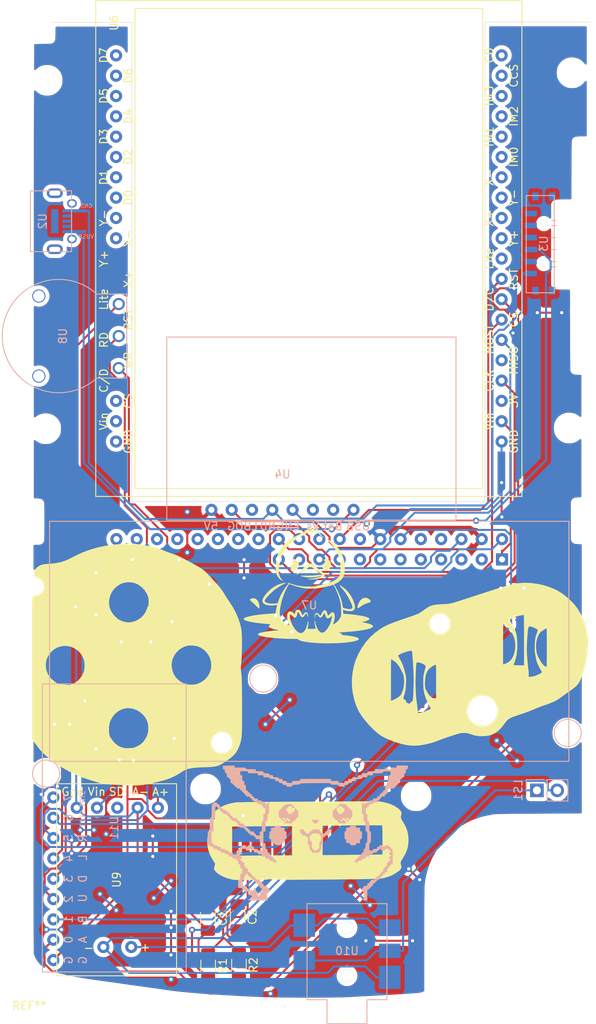
<source format=kicad_pcb>
(kicad_pcb (version 20171130) (host pcbnew "(5.1.9)-1")
  (layers (0 F.Cu signal) (31 B.Cu signal) (34 B.Paste user) (35 F.Paste user) (36 B.SilkS user) (37 F.SilkS user) (38 B.Mask user) (39 F.Mask user) (44 Edge.Cuts user))
  (net 0 "")
  (net 1 "Net-(C1-Pad1)")
  (net 2 "Net-(C1-Pad2)")
  (net 3 "Net-(C2-Pad2)")
  (net 4 "Net-(LS1-Pad1)")
  (net 5 "Net-(LS1-Pad2)")
  (net 6 "Net-(R1-Pad2)")
  (net 7 "Net-(U7-Pad2)")
  (net 8 "Net-(U2-Pad5)")
  (net 9 "Net-(U2-Pad1)")
  (net 10 "Net-(U3-Pad6)")
  (net 11 "Net-(U4-Pad8)")
  (net 12 "Net-(U4-Pad7)")
  (net 13 "Net-(U11-Pad4)")
  (net 14 "Net-(U11-Pad1)")
  (net 15 "Net-(U11-Pad6)")
  (net 16 "Net-(U11-Pad5)")
  (net 17 "Net-(U11-Pad7)")
  (net 18 "Net-(U11-Pad3)")
  (net 19 "Net-(U11-Pad2)")
  (net 20 "Net-(U11-Pad8)")
  (net 21 "Net-(U11-Pad9)")
  (net 22 "Net-(U6-Pad28)")
  (net 23 "Net-(U6-Pad29)")
  (net 24 "Net-(U6-Pad22)")
  (net 25 "Net-(U6-Pad27)")
  (net 26 "Net-(U6-Pad26)")
  (net 27 "Net-(U6-Pad24)")
  (net 28 "Net-(U8-Pad2)")
  (net 29 "Net-(U10-Pad2)")
  (module GBC_components:USB_micro_B_type_jack (layer B.Cu) (at 109.525 63.5)
    (fp_text reference U2 (at 1.524 0 -90) (layer B.SilkS) (effects (justify mirror)))
    (fp_text value USB_micro_B_type_jack)
    (fp_text user VUSB (at 6.985 1.905) (layer B.SilkS) (effects (font (size 0.5 0.5) (thickness 0.065)) (justify mirror)))
    (fp_text user GND (at 6.985 -1.905) (layer B.SilkS) (effects (font (size 0.5 0.5) (thickness 0.065)) (justify mirror)))
    (pad 3 smd rect (at 4.6 0) (size 1.2 0.4) (layers B.Cu B.Paste B.Mask))
    (pad 4 smd rect (at 4.6 -0.65) (size 1.2 0.4) (layers B.Cu B.Paste B.Mask))
    (pad 5 smd rect (at 5.5 -1.3) (size 3 0.4) (layers B.Cu B.Paste B.Mask) (net 8 "Net-(U2-Pad5)"))
    (pad 1 smd rect (at 5.5 1.3) (size 3 0.4) (layers B.Cu B.Paste B.Mask) (net 9 "Net-(U2-Pad1)"))
    (pad 2 smd rect (at 4.6 0.65) (size 1.2 0.4) (layers B.Cu B.Paste B.Mask))
    (pad "" thru_hole oval (at 5.2 -2.225) (size 1.2 1.05) (drill oval 0.8 0.65) (layers *.Cu *.Mask))
    (pad "" thru_hole oval (at 5.2 2.225) (size 1.2 1.05) (drill oval 0.8 0.65) (layers *.Cu *.Mask))
    (pad "" thru_hole oval (at 3.05 -3.5) (size 2 1.2) (drill oval 1.4 0.6) (layers *.Cu *.Mask))
    (pad "" thru_hole oval (at 3.05 3.5) (size 2 1.2) (drill oval 1.4 0.6) (layers *.Cu *.Mask))
    (pad "" smd rect (at 3.05 0) (size 0.9 3) (layers B.Cu B.Paste B.Mask))
  )
  (module GBC_components:1P4T_switch (layer B.Cu) (at 173.787 66.294 270)
    (fp_text reference U3 (at 0 0 270) (layer B.SilkS) (effects (justify mirror)))
    (fp_text value 1P4T_switch)
    (fp_text user A (at -2.25 -0.75 270) (layer B.SilkS) (effects (font (size 0.2 0.2) (thickness 0.01)) (justify mirror)))
    (fp_text user B (at -0.75 -0.75 270) (layer B.SilkS) (effects (font (size 0.2 0.2) (thickness 0.01)) (justify mirror)))
    (fp_text user C (at 0.75 -0.75 270) (layer B.SilkS) (effects (font (size 0.2 0.2) (thickness 0.01)) (justify mirror)))
    (fp_text user D (at 2.25 -0.75 270) (layer B.SilkS) (effects (font (size 0.2 0.2) (thickness 0.01)) (justify mirror)))
    (pad 4 smd rect (at 0.75 1.625 270) (size 0.7 1.5) (layers B.Cu B.Paste B.Mask) (net 8 "Net-(U2-Pad5)"))
    (pad 5 smd rect (at 2.25 1.625 270) (size 0.7 1.5) (layers B.Cu B.Paste B.Mask))
    (pad 6 smd rect (at 3.75 1.625 270) (size 0.7 1.5) (layers B.Cu B.Paste B.Mask) (net 10 "Net-(U3-Pad6)"))
    (pad 3 smd rect (at -0.75 1.625 270) (size 0.7 1.5) (layers B.Cu B.Paste B.Mask))
    (pad 2 smd rect (at -2.25 1.625 270) (size 0.7 1.5) (layers B.Cu B.Paste B.Mask))
    (pad 1 smd rect (at -3.75 1.625 270) (size 0.7 1.5) (layers B.Cu B.Paste B.Mask))
    (pad "" smd rect (at -5.9 1.05 270) (size 1 0.8) (layers B.Cu B.Paste B.Mask))
    (pad "" smd rect (at -5.9 -1.05 270) (size 1 0.8) (layers B.Cu B.Paste B.Mask))
    (pad "" smd rect (at 5.9 1.05 270) (size 1 0.8) (layers B.Cu B.Paste B.Mask))
    (pad "" smd rect (at 5.9 -1.05 270) (size 1 0.8) (layers B.Cu B.Paste B.Mask))
    (pad "" thru_hole circle (at -2.5 0 270) (size 0.9 0.9) (drill 0.9) (layers *.Cu *.Mask))
    (pad "" thru_hole circle (at 2.5 0 270) (size 0.9 0.9) (drill 0.9) (layers *.Cu *.Mask))
  )
  (module GBC_components:pikachu (layer B.Cu) (at 145.2372 138.7348 180)
    (fp_text reference G2 hide)
    (fp_text value LOGO hide)
  )
  (module GBC_components:outline_3 (layer F.Cu) (at 145.085 103.632)
    (fp_text reference REF** (at -35.7 57.9) (layer F.SilkS))
    (fp_text value outline_3)
    (fp_line (start 12.7195 33.078375) (end 12.504839 33.073357) (layer Edge.Cuts) (width 0.0004))
    (fp_line (start 12.93416 33.073357) (end 12.7195 33.078375) (layer Edge.Cuts) (width 0.0004))
    (fp_line (start -13.63825 32.228125) (end -13.852911 32.223107) (layer Edge.Cuts) (width 0.0004))
    (fp_line (start -13.42359 32.223107) (end -13.63825 32.228125) (layer Edge.Cuts) (width 0.0004))
    (fp_line (start -12.231821 30.8185) (end -12.236563 31.014741) (layer Edge.Cuts) (width 0.0004))
    (fp_line (start -12.236563 30.62226) (end -12.231821 30.8185) (layer Edge.Cuts) (width 0.0004))
    (fp_line (start -33.59675 30.259125) (end -33.811411 30.254107) (layer Edge.Cuts) (width 0.0004))
    (fp_line (start -33.38209 30.254107) (end -33.59675 30.259125) (layer Edge.Cuts) (width 0.0004))
    (fp_line (start -11.8035 26.365875) (end -12.018161 26.360857) (layer Edge.Cuts) (width 0.0004))
    (fp_line (start -11.58884 26.360857) (end -11.8035 26.365875) (layer Edge.Cuts) (width 0.0004))
    (fp_line (start -10.397071 24.95625) (end -10.401813 25.152491) (layer Edge.Cuts) (width 0.0004))
    (fp_line (start -10.401813 24.76001) (end -10.397071 24.95625) (layer Edge.Cuts) (width 0.0004))
    (fp_line (start 31.6935 25.247125) (end 31.478839 25.242107) (layer Edge.Cuts) (width 0.0004))
    (fp_line (start 31.90816 25.242107) (end 31.6935 25.247125) (layer Edge.Cuts) (width 0.0004))
    (fp_line (start 33.10225 23.8375) (end 33.097518 24.034817) (layer Edge.Cuts) (width 0.0004))
    (fp_line (start 33.097518 23.640184) (end 33.10225 23.8375) (layer Edge.Cuts) (width 0.0004))
    (fp_line (start 19.254993 20.417601) (end 19.359671 20.192081) (layer Edge.Cuts) (width 0.0004))
    (fp_line (start 19.185875 21.01825) (end 19.190519 20.718514) (layer Edge.Cuts) (width 0.0004))
    (fp_line (start 19.190519 21.317987) (end 19.185875 21.01825) (layer Edge.Cuts) (width 0.0004))
    (fp_line (start 19.359671 21.84442) (end 19.254993 21.6189) (layer Edge.Cuts) (width 0.0004))
    (fp_line (start 19.439701 21.992468) (end 19.359671 21.84442) (layer Edge.Cuts) (width 0.0004))
    (fp_line (start 19.536524 22.146539) (end 19.439701 21.992468) (layer Edge.Cuts) (width 0.0004))
    (fp_line (start 19.634812 22.284383) (end 19.536524 22.146539) (layer Edge.Cuts) (width 0.0004))
    (fp_line (start 22.965256 21.6189) (end 22.860578 21.84442) (layer Edge.Cuts) (width 0.0004))
    (fp_line (start 23.034375 21.01825) (end 23.02973 21.317987) (layer Edge.Cuts) (width 0.0004))
    (fp_line (start 23.02973 20.718514) (end 23.034375 21.01825) (layer Edge.Cuts) (width 0.0004))
    (fp_line (start 22.860578 20.192081) (end 22.965256 20.417601) (layer Edge.Cuts) (width 0.0004))
    (fp_line (start 22.780548 20.044033) (end 22.860578 20.192081) (layer Edge.Cuts) (width 0.0004))
    (fp_line (start 22.683725 19.889962) (end 22.780548 20.044033) (layer Edge.Cuts) (width 0.0004))
    (fp_line (start 22.585437 19.752118) (end 22.683725 19.889962) (layer Edge.Cuts) (width 0.0004))
    (fp_line (start -6.4335 18.445125) (end -6.648161 18.440107) (layer Edge.Cuts) (width 0.0004))
    (fp_line (start -6.21884 18.440107) (end -6.4335 18.445125) (layer Edge.Cuts) (width 0.0004))
    (fp_line (start -5.027071 17.0355) (end -5.031813 17.231741) (layer Edge.Cuts) (width 0.0004))
    (fp_line (start -5.031813 16.83926) (end -5.027071 17.0355) (layer Edge.Cuts) (width 0.0004))
    (fp_line (start 16.104537 8.73253) (end 16.259842 8.807825) (layer Edge.Cuts) (width 0.0004))
    (fp_line (start 15.660005 8.643026) (end 15.836098 8.658728) (layer Edge.Cuts) (width 0.0004))
    (fp_line (start 15.405444 8.639534) (end 15.660005 8.643026) (layer Edge.Cuts) (width 0.0004))
    (fp_line (start 14.823428 8.82769) (end 15.044454 8.719379) (layer Edge.Cuts) (width 0.0004))
    (fp_line (start 15.050086 11.307589) (end 14.871787 11.218709) (layer Edge.Cuts) (width 0.0004))
    (fp_line (start 15.561125 11.373492) (end 15.317249 11.368591) (layer Edge.Cuts) (width 0.0004))
    (fp_line (start 15.805 11.368591) (end 15.561125 11.373492) (layer Edge.Cuts) (width 0.0004))
    (fp_line (start 16.250462 11.218709) (end 16.072163 11.307589) (layer Edge.Cuts) (width 0.0004))
    (fp_line (start -33.6415 -12.790375) (end -33.856161 -12.795393) (layer Edge.Cuts) (width 0.0004))
    (fp_line (start -33.42684 -12.795393) (end -33.6415 -12.790375) (layer Edge.Cuts) (width 0.0004))
    (fp_line (start 31.8725 -12.879875) (end 31.657839 -12.884893) (layer Edge.Cuts) (width 0.0004))
    (fp_line (start 32.08716 -12.884893) (end 31.8725 -12.879875) (layer Edge.Cuts) (width 0.0004))
    (fp_line (start 33.28125 -14.2895) (end 33.276518 -14.092183) (layer Edge.Cuts) (width 0.0004))
    (fp_line (start 33.276518 -14.486816) (end 33.28125 -14.2895) (layer Edge.Cuts) (width 0.0004))
    (fp_line (start -33.4625 -56.332125) (end -33.677161 -56.337143) (layer Edge.Cuts) (width 0.0004))
    (fp_line (start -33.24784 -56.337143) (end -33.4625 -56.332125) (layer Edge.Cuts) (width 0.0004))
    (fp_line (start 32.2305 -57.271875) (end 32.015839 -57.276893) (layer Edge.Cuts) (width 0.0004))
    (fp_line (start 32.44516 -57.276893) (end 32.2305 -57.271875) (layer Edge.Cuts) (width 0.0004))
    (fp_line (start 33.63925 -58.6815) (end 33.634518 -58.484183) (layer Edge.Cuts) (width 0.0004))
    (fp_line (start 33.634518 -58.878816) (end 33.63925 -58.6815) (layer Edge.Cuts) (width 0.0004))
    (fp_line (start 34.579875 -57.629875) (end 34.579875 -65.013625) (layer Edge.Cuts) (width 0.0004))
    (fp_line (start 34.579875 -50.246125) (end 34.579875 -57.629875) (layer Edge.Cuts) (width 0.0004))
    (fp_line (start 33.67841 -50.234025) (end 34.579875 -50.246125) (layer Edge.Cuts) (width 0.0004))
    (fp_line (start 33.232037 -50.225333) (end 33.67841 -50.234025) (layer Edge.Cuts) (width 0.0004))
    (fp_line (start 32.961266 -50.211716) (end 33.232037 -50.225333) (layer Edge.Cuts) (width 0.0004))
    (fp_line (start 32.783541 -50.193413) (end 32.961266 -50.211716) (layer Edge.Cuts) (width 0.0004))
    (fp_line (start 32.687385 -49.207941) (end 32.702148 -50.093691) (layer Edge.Cuts) (width 0.0004))
    (fp_line (start 32.674935 -48.035896) (end 32.687385 -49.207941) (layer Edge.Cuts) (width 0.0004))
    (fp_line (start 32.667062 -46.236715) (end 32.674935 -48.035896) (layer Edge.Cuts) (width 0.0004))
    (fp_line (start 32.655625 -42.370125) (end 32.667062 -46.236715) (layer Edge.Cuts) (width 0.0004))
    (fp_line (start 31.451062 -42.358192) (end 32.655625 -42.370125) (layer Edge.Cuts) (width 0.0004))
    (fp_line (start 30.917943 -42.350057) (end 31.451062 -42.358192) (layer Edge.Cuts) (width 0.0004))
    (fp_line (start 30.534801 -42.336804) (end 30.917943 -42.350057) (layer Edge.Cuts) (width 0.0004))
    (fp_line (start 30.246221 -42.320401) (end 30.534801 -42.336804) (layer Edge.Cuts) (width 0.0004))
    (fp_line (start 30.120456 -37.223901) (end 30.121608 -42.157876) (layer Edge.Cuts) (width 0.0004))
    (fp_line (start 30.121546 -32.289924) (end 30.120456 -37.223901) (layer Edge.Cuts) (width 0.0004))
    (fp_line (start 30.514665 -32.111114) (end 30.245057 -32.127659) (layer Edge.Cuts) (width 0.0004))
    (fp_line (start 30.871433 -32.097768) (end 30.514665 -32.111114) (layer Edge.Cuts) (width 0.0004))
    (fp_line (start 31.361498 -32.08961) (end 30.871433 -32.097768) (layer Edge.Cuts) (width 0.0004))
    (fp_line (start 32.476625 -32.077625) (end 31.361498 -32.08961) (layer Edge.Cuts) (width 0.0004))
    (fp_line (start 32.487998 -26.823861) (end 32.476625 -32.077625) (layer Edge.Cuts) (width 0.0004))
    (fp_line (start 32.495831 -24.368888) (end 32.487998 -26.823861) (layer Edge.Cuts) (width 0.0004))
    (fp_line (start 32.508184 -22.78449) (end 32.495831 -24.368888) (layer Edge.Cuts) (width 0.0004))
    (fp_line (start 32.522696 -21.58091) (end 32.508184 -22.78449) (layer Edge.Cuts) (width 0.0004))
    (fp_line (start 32.735528 -21.462484) (end 32.598901 -21.481583) (layer Edge.Cuts) (width 0.0004))
    (fp_line (start 32.939439 -21.448326) (end 32.735528 -21.462484) (layer Edge.Cuts) (width 0.0004))
    (fp_line (start 33.25307 -21.439482) (end 32.939439 -21.448326) (layer Edge.Cuts) (width 0.0004))
    (fp_line (start 33.908625 -21.427125) (end 33.25307 -21.439482) (layer Edge.Cuts) (width 0.0004))
    (fp_line (start 33.908625 -13.282625) (end 33.908625 -21.427125) (layer Edge.Cuts) (width 0.0004))
    (fp_line (start 33.908625 -5.138125) (end 33.908625 -13.282625) (layer Edge.Cuts) (width 0.0004))
    (fp_line (start 33.307451 -5.125581) (end 33.908625 -5.138125) (layer Edge.Cuts) (width 0.0004))
    (fp_line (start 33.063781 -5.117211) (end 33.307451 -5.125581) (layer Edge.Cuts) (width 0.0004))
    (fp_line (start 32.859094 -5.102799) (end 33.063781 -5.117211) (layer Edge.Cuts) (width 0.0004))
    (fp_line (start 32.695352 -5.084933) (end 32.859094 -5.102799) (layer Edge.Cuts) (width 0.0004))
    (fp_line (start 32.582315 -2.69923) (end 32.584582 -4.930775) (layer Edge.Cuts) (width 0.0004))
    (fp_line (start 32.584627 -0.467686) (end 32.582315 -2.69923) (layer Edge.Cuts) (width 0.0004))
    (fp_line (start 32.864241 -0.295563) (end 32.696076 -0.31334) (layer Edge.Cuts) (width 0.0004))
    (fp_line (start 33.07556 -0.281235) (end 32.864241 -0.295563) (layer Edge.Cuts) (width 0.0004))
    (fp_line (start 33.329874 -0.272878) (end 33.07556 -0.281235) (layer Edge.Cuts) (width 0.0004))
    (fp_line (start 33.953375 -0.260375) (end 33.329874 -0.272878) (layer Edge.Cuts) (width 0.0004))
    (fp_line (start 33.953375 17.057875) (end 33.953375 -0.260375) (layer Edge.Cuts) (width 0.0004))
    (fp_line (start 33.953375 34.376125) (end 33.953375 17.057875) (layer Edge.Cuts) (width 0.0004))
    (fp_line (start 28.42675 34.404456) (end 33.953375 34.376125) (layer Edge.Cuts) (width 0.0004))
    (fp_line (start 26.099395 34.419257) (end 28.42675 34.404456) (layer Edge.Cuts) (width 0.0004))
    (fp_line (start 24.291125 34.437675) (end 26.099395 34.419257) (layer Edge.Cuts) (width 0.0004))
    (fp_line (start 22.844623 34.457881) (end 24.291125 34.437675) (layer Edge.Cuts) (width 0.0004))
    (fp_line (start 21.726386 34.623542) (end 22.5645 34.479358) (layer Edge.Cuts) (width 0.0004))
    (fp_line (start 20.957765 34.814128) (end 21.726386 34.623542) (layer Edge.Cuts) (width 0.0004))
    (fp_line (start 20.233154 35.058346) (end 20.957765 34.814128) (layer Edge.Cuts) (width 0.0004))
    (fp_line (start 19.527349 35.363445) (end 20.233154 35.058346) (layer Edge.Cuts) (width 0.0004))
    (fp_line (start 14.836825 40.486092) (end 15.176959 39.701375) (layer Edge.Cuts) (width 0.0004))
    (fp_line (start 14.288201 42.923375) (end 14.398494 42.075168) (layer Edge.Cuts) (width 0.0004))
    (fp_line (start 14.26745 43.357576) (end 14.288201 42.923375) (layer Edge.Cuts) (width 0.0004))
    (fp_line (start 14.25402 45.006815) (end 14.26745 43.357576) (layer Edge.Cuts) (width 0.0004))
    (fp_line (start 14.244569 47.119936) (end 14.25402 45.006815) (layer Edge.Cuts) (width 0.0004))
    (fp_line (start 14.241461 49.854326) (end 14.244569 47.119936) (layer Edge.Cuts) (width 0.0004))
    (fp_line (start 14.241 56.248277) (end 14.241461 49.854326) (layer Edge.Cuts) (width 0.0004))
    (fp_line (start 14.050466 56.438811) (end 14.241 56.248277) (layer Edge.Cuts) (width 0.0004))
    (fp_line (start 11.06375 56.951279) (end 12.701529 56.83644) (layer Edge.Cuts) (width 0.0004))
    (fp_line (start 10.390066 56.993468) (end 11.06375 56.951279) (layer Edge.Cuts) (width 0.0004))
    (fp_line (start 9.462259 57.047897) (end 10.390066 56.993468) (layer Edge.Cuts) (width 0.0004))
    (fp_line (start 8.459431 57.104495) (end 9.462259 57.047897) (layer Edge.Cuts) (width 0.0004))
    (fp_line (start 7.5285 57.154715) (end 8.459431 57.104495) (layer Edge.Cuts) (width 0.0004))
    (fp_line (start 6.620432 57.203172) (end 7.5285 57.154715) (layer Edge.Cuts) (width 0.0004))
    (fp_line (start 5.686757 57.254427) (end 6.620432 57.203172) (layer Edge.Cuts) (width 0.0004))
    (fp_line (start 4.854289 57.301349) (end 5.686757 57.254427) (layer Edge.Cuts) (width 0.0004))
    (fp_line (start 4.3065 57.333959) (end 4.854289 57.301349) (layer Edge.Cuts) (width 0.0004))
    (fp_line (start 3.581573 57.365655) (end 4.3065 57.333959) (layer Edge.Cuts) (width 0.0004))
    (fp_line (start 2.552997 57.385092) (end 3.581573 57.365655) (layer Edge.Cuts) (width 0.0004))
    (fp_line (start 1.109055 57.396169) (end 2.552997 57.385092) (layer Edge.Cuts) (width 0.0004))
    (fp_line (start -1.034773 57.399561) (end 1.109055 57.396169) (layer Edge.Cuts) (width 0.0004))
    (fp_line (start -4.254249 57.386467) (end -1.034773 57.399561) (layer Edge.Cuts) (width 0.0004))
    (fp_line (start -6.392856 57.340034) (end -4.254249 57.386467) (layer Edge.Cuts) (width 0.0004))
    (fp_line (start -8.758196 57.231224) (end -6.392856 57.340034) (layer Edge.Cuts) (width 0.0004))
    (fp_line (start -13.146 56.973301) (end -8.758196 57.231224) (layer Edge.Cuts) (width 0.0004))
    (fp_line (start -14.325662 56.889922) (end -13.146 56.973301) (layer Edge.Cuts) (width 0.0004))
    (fp_line (start -15.712603 56.769585) (end -14.325662 56.889922) (layer Edge.Cuts) (width 0.0004))
    (fp_line (start -17.031901 56.639049) (end -15.712603 56.769585) (layer Edge.Cuts) (width 0.0004))
    (fp_line (start -17.956625 56.52638) (end -17.031901 56.639049) (layer Edge.Cuts) (width 0.0004))
    (fp_line (start -19.168648 56.357348) (end -17.956625 56.52638) (layer Edge.Cuts) (width 0.0004))
    (fp_line (start -23.01804 55.817645) (end -19.168648 56.357348) (layer Edge.Cuts) (width 0.0004))
    (fp_line (start -26.776762 55.29031) (end -23.01804 55.817645) (layer Edge.Cuts) (width 0.0004))
    (fp_line (start -28.6295 55.029592) (end -26.776762 55.29031) (layer Edge.Cuts) (width 0.0004))
    (fp_line (start -30.600719 54.700788) (end -28.6295 55.029592) (layer Edge.Cuts) (width 0.0004))
    (fp_line (start -32.254644 54.311654) (end -30.600719 54.700788) (layer Edge.Cuts) (width 0.0004))
    (fp_line (start -35.666264 48.322461) (end -35.65206 51.280164) (layer Edge.Cuts) (width 0.0004))
    (fp_line (start -35.675969 43.293735) (end -35.666264 48.322461) (layer Edge.Cuts) (width 0.0004))
    (fp_line (start -35.677625 29.050875) (end -35.675969 43.293735) (layer Edge.Cuts) (width 0.0004))
    (fp_line (start -35.677625 6.720625) (end -35.677625 29.050875) (layer Edge.Cuts) (width 0.0004))
    (fp_line (start -35.185375 6.695643) (end -35.677625 6.720625) (layer Edge.Cuts) (width 0.0004))
    (fp_line (start -34.943056 6.678953) (end -35.185375 6.695643) (layer Edge.Cuts) (width 0.0004))
    (fp_line (start -34.758689 6.655521) (end -34.943056 6.678953) (layer Edge.Cuts) (width 0.0004))
    (fp_line (start -34.923572 3.971708) (end -34.759502 4.001147) (layer Edge.Cuts) (width 0.0004))
    (fp_line (start -35.103993 3.946628) (end -34.923572 3.971708) (layer Edge.Cuts) (width 0.0004))
    (fp_line (start -35.274875 3.930321) (end -35.103993 3.946628) (layer Edge.Cuts) (width 0.0004))
    (fp_line (start -35.677625 3.901375) (end -35.274875 3.930321) (layer Edge.Cuts) (width 0.0004))
    (fp_line (start -35.677625 1.842875) (end -35.677625 3.901375) (layer Edge.Cuts) (width 0.0004))
    (fp_line (start -35.677625 -0.215625) (end -35.677625 1.842875) (layer Edge.Cuts) (width 0.0004))
    (fp_line (start -35.061799 -0.199385) (end -35.677625 -0.215625) (layer Edge.Cuts) (width 0.0004))
    (fp_line (start -34.768478 -0.19459) (end -35.061799 -0.199385) (layer Edge.Cuts) (width 0.0004))
    (fp_line (start -34.572176 -0.19958) (end -34.768478 -0.19459) (layer Edge.Cuts) (width 0.0004))
    (fp_line (start -34.438297 -0.21252) (end -34.572176 -0.19958) (layer Edge.Cuts) (width 0.0004))
    (fp_line (start -34.324533 -0.689632) (end -34.339843 -0.317014) (layer Edge.Cuts) (width 0.0004))
    (fp_line (start -34.314888 -1.298673) (end -34.324533 -0.689632) (layer Edge.Cuts) (width 0.0004))
    (fp_line (start -34.31275 -2.587375) (end -34.314888 -1.298673) (layer Edge.Cuts) (width 0.0004))
    (fp_line (start -34.315073 -3.787102) (end -34.31275 -2.587375) (layer Edge.Cuts) (width 0.0004))
    (fp_line (start -34.324464 -4.434545) (end -34.315073 -3.787102) (layer Edge.Cuts) (width 0.0004))
    (fp_line (start -34.338254 -4.862308) (end -34.324464 -4.434545) (layer Edge.Cuts) (width 0.0004))
    (fp_line (start -34.583345 -4.968549) (end -34.419603 -4.950683) (layer Edge.Cuts) (width 0.0004))
    (fp_line (start -34.788032 -4.982961) (end -34.583345 -4.968549) (layer Edge.Cuts) (width 0.0004))
    (fp_line (start -35.031702 -4.991331) (end -34.788032 -4.982961) (layer Edge.Cuts) (width 0.0004))
    (fp_line (start -35.632875 -5.003875) (end -35.031702 -4.991331) (layer Edge.Cuts) (width 0.0004))
    (fp_line (start -35.643036 -25.61125) (end -35.632875 -5.003875) (layer Edge.Cuts) (width 0.0004))
    (fp_line (start -35.644537 -34.107981) (end -35.643036 -25.61125) (layer Edge.Cuts) (width 0.0004))
    (fp_line (start -35.640655 -42.597091) (end -35.644537 -34.107981) (layer Edge.Cuts) (width 0.0004))
    (fp_line (start -35.632625 -50.003219) (end -35.640655 -42.597091) (layer Edge.Cuts) (width 0.0004))
    (fp_line (start -35.620661 -54.497375) (end -35.632625 -50.003219) (layer Edge.Cuts) (width 0.0004))
    (fp_line (start -35.588125 -62.776125) (end -35.620661 -54.497375) (layer Edge.Cuts) (width 0.0004))
    (fp_line (start -34.316481 -62.788022) (end -35.588125 -62.776125) (layer Edge.Cuts) (width 0.0004))
    (fp_line (start -33.751049 -62.796141) (end -34.316481 -62.788022) (layer Edge.Cuts) (width 0.0004))
    (fp_line (start -33.348136 -62.809334) (end -33.751049 -62.796141) (layer Edge.Cuts) (width 0.0004))
    (fp_line (start -33.045262 -62.825639) (end -33.348136 -62.809334) (layer Edge.Cuts) (width 0.0004))
    (fp_line (start -32.937864 -63.10392) (end -32.95365 -62.908225) (layer Edge.Cuts) (width 0.0004))
    (fp_line (start -32.928053 -63.408415) (end -32.937864 -63.10392) (layer Edge.Cuts) (width 0.0004))
    (fp_line (start -32.9255 -63.937646) (end -32.928053 -63.408415) (layer Edge.Cuts) (width 0.0004))
    (fp_line (start -32.923347 -64.337976) (end -32.9255 -63.937646) (layer Edge.Cuts) (width 0.0004))
    (fp_line (start -32.916728 -64.679991) (end -32.923347 -64.337976) (layer Edge.Cuts) (width 0.0004))
    (fp_line (start -32.907772 -64.978183) (end -32.916728 -64.679991) (layer Edge.Cuts) (width 0.0004))
    (fp_arc (start -33.041752 -62.917617) (end -32.985168 -62.849438) (angle -44.22448218) (layer Edge.Cuts) (width 0.0004))
    (fp_arc (start -33.051656 -62.929552) (end -33.045262 -62.825639) (angle -36.16868069) (layer Edge.Cuts) (width 0.0004))
    (fp_arc (start -34.431189 -4.85816) (end -34.371639 -4.929914) (angle -32.55226982) (layer Edge.Cuts) (width 0.0004))
    (fp_arc (start -34.430767 -4.858669) (end -34.338254 -4.862308) (angle -48.05688564) (layer Edge.Cuts) (width 0.0004))
    (fp_arc (start -34.449481 -0.322916) (end -34.379361 -0.238426) (angle -47.22835294) (layer Edge.Cuts) (width 0.0004))
    (fp_arc (start -34.454118 -0.328503) (end -34.438297 -0.21252) (angle -31.92272154) (layer Edge.Cuts) (width 0.0004))
    (fp_arc (start -34.978774 5.097626) (end -34.644511 4.030567) (angle -6.084756786) (layer Edge.Cuts) (width 0.0004))
    (fp_arc (start -35.046025 5.312309) (end -33.982705 4.491682) (angle -34.94700113) (layer Edge.Cuts) (width 0.0004))
    (fp_arc (start -35.078095 5.337058) (end -33.696979 5.253039) (angle -34.17819888) (layer Edge.Cuts) (width 0.0004))
    (fp_arc (start -35.075429 5.336895) (end -33.888434 6.042727) (angle -34.21854009) (layer Edge.Cuts) (width 0.0004))
    (fp_arc (start -35.038408 5.358907) (end -34.489477 6.579039) (angle -35.03991192) (layer Edge.Cuts) (width 0.0004))
    (fp_arc (start -34.836024 5.808754) (end -34.612222 6.623215) (angle -8.857868719) (layer Edge.Cuts) (width 0.0004))
    (fp_arc (start -35.001429 5.206822) (end -34.758689 6.655521) (angle -5.852980774) (layer Edge.Cuts) (width 0.0004))
    (fp_arc (start -34.383528 51.272583) (end -35.65206 51.280164) (angle -16.80948066) (layer Edge.Cuts) (width 0.0004))
    (fp_arc (start -32.646887 50.736601) (end -35.595665 51.646687) (angle -9.856127233) (layer Edge.Cuts) (width 0.0004))
    (fp_arc (start -31.527418 50.166008) (end -35.396359 52.138011) (angle -7.629894482) (layer Edge.Cuts) (width 0.0004))
    (fp_arc (start -31.57509 50.198943) (end -35.100275 52.634245) (angle -7.673619681) (layer Edge.Cuts) (width 0.0004))
    (fp_arc (start -32.643002 51.171056) (end -34.743521 53.083154) (angle -10.44168592) (layer Edge.Cuts) (width 0.0004))
    (fp_arc (start -32.378785 50.823544) (end -34.362198 53.432176) (angle -16.28054228) (layer Edge.Cuts) (width 0.0004))
    (fp_arc (start -28.360871 40.337964) (end -33.551358 53.883603) (angle -5.395577815) (layer Edge.Cuts) (width 0.0004))
    (fp_arc (start 12.170867 49.73946) (end 12.701529 56.83644) (angle -5.459942156) (layer Edge.Cuts) (width 0.0004))
    (fp_arc (start 13.096126 55.131955) (end 13.374398 56.753748) (angle -14.09141608) (layer Edge.Cuts) (width 0.0004))
    (fp_arc (start 13.374939 55.763284) (end 13.760882 56.637195) (angle -21.17246079) (layer Edge.Cuts) (width 0.0004))
    (fp_arc (start 22.825337 43.544625) (end 14.579295 41.270032) (angle -5.529344733) (layer Edge.Cuts) (width 0.0004))
    (fp_arc (start 22.824704 43.544448) (end 14.836825 40.486092) (angle -5.529573783) (layer Edge.Cuts) (width 0.0004))
    (fp_arc (start 24.296238 44.132975) (end 15.985221 38.325453) (angle -9.026977313) (layer Edge.Cuts) (width 0.0004))
    (fp_arc (start 23.105112 43.300652) (end 16.97204 37.149971) (angle -10.13725769) (layer Edge.Cuts) (width 0.0004))
    (fp_arc (start 23.101303 43.296833) (end 18.150041 36.166841) (angle -10.14068871) (layer Edge.Cuts) (width 0.0004))
    (fp_arc (start 23.917997 44.472883) (end 19.527349 35.363445) (angle -9.043681691) (layer Edge.Cuts) (width 0.0004))
    (fp_arc (start 22.879349 36.748352) (end 22.844623 34.457881) (angle -7.031422871) (layer Edge.Cuts) (width 0.0004))
    (fp_arc (start 32.707397 -0.406544) (end 32.647436 -0.334295) (angle -32.76425518) (layer Edge.Cuts) (width 0.0004))
    (fp_arc (start 32.758439 -0.468045) (end 32.584627 -0.467686) (angle -50.19161595) (layer Edge.Cuts) (width 0.0004))
    (fp_arc (start 32.758386 -4.93042) (end 32.647388 -5.064164) (angle -50.19292615) (layer Edge.Cuts) (width 0.0004))
    (fp_arc (start 32.706938 -4.99241) (end 32.695352 -5.084933) (angle -32.55226982) (layer Edge.Cuts) (width 0.0004))
    (fp_arc (start 32.613837 -21.565241) (end 32.548443 -21.510969) (angle -40.18713066) (layer Edge.Cuts) (width 0.0004))
    (fp_arc (start 32.634432 -21.582333) (end 32.522696 -21.58091) (angle -38.96050179) (layer Edge.Cuts) (width 0.0004))
    (fp_arc (start 30.252261 -32.22989) (end 30.18681 -32.151027) (angle -35.65954117) (layer Edge.Cuts) (width 0.0004))
    (fp_arc (start 30.302152 -32.290005) (end 30.121546 -32.289924) (angle -50.28419466) (layer Edge.Cuts) (width 0.0004))
    (fp_arc (start 30.30222 -42.157793) (end 30.186874 -42.296775) (angle -50.28332136) (layer Edge.Cuts) (width 0.0004))
    (fp_arc (start 30.252942 -42.217168) (end 30.246221 -42.320401) (angle -35.96524666) (layer Edge.Cuts) (width 0.0004))
    (fp_arc (start 32.813165 -50.091706) (end 32.727722 -50.162616) (angle -38.66568336) (layer Edge.Cuts) (width 0.0004))
    (fp_arc (start 32.794878 -50.106882) (end 32.783541 -50.193413) (angle -42.84603355) (layer Edge.Cuts) (width 0.0004))
    (fp_arc (start 32.338599 -58.847125) (end 33.081174 -59.835513) (angle -10.84715158) (layer Edge.Cuts) (width 0.0004))
    (fp_arc (start 32.158331 -58.607183) (end 33.265987 -59.671858) (angle -9.21598285) (layer Edge.Cuts) (width 0.0004))
    (fp_arc (start 32.134029 -58.583823) (end 33.424132 -59.478688) (angle -9.119879891) (layer Edge.Cuts) (width 0.0004))
    (fp_arc (start 32.287927 -58.690573) (end 33.544042 -59.268727) (angle -10.03135122) (layer Edge.Cuts) (width 0.0004))
    (fp_arc (start 32.642528 -58.853787) (end 33.590322 -59.148046) (angle -7.467350938) (layer Edge.Cuts) (width 0.0004))
    (fp_arc (start 32.731241 -58.88133) (end 33.619179 -59.025293) (angle -8.038508406) (layer Edge.Cuts) (width 0.0004))
    (fp_arc (start 32.329418 -58.816182) (end 33.634518 -58.878816) (angle -6.461709546) (layer Edge.Cuts) (width 0.0004))
    (fp_arc (start 32.329418 -58.546817) (end 33.619179 -58.337706) (angle -6.461709546) (layer Edge.Cuts) (width 0.0004))
    (fp_arc (start 32.731241 -58.481669) (end 33.590322 -58.214953) (angle -8.038508406) (layer Edge.Cuts) (width 0.0004))
    (fp_arc (start 32.642528 -58.509212) (end 33.544042 -58.094272) (angle -7.467350938) (layer Edge.Cuts) (width 0.0004))
    (fp_arc (start 32.282035 -58.675137) (end 33.422329 -57.881541) (angle -10.12101745) (layer Edge.Cuts) (width 0.0004))
    (fp_arc (start 32.165605 -58.756166) (end 33.262432 -57.687851) (angle -9.409322991) (layer Edge.Cuts) (width 0.0004))
    (fp_arc (start 32.167529 -58.754292) (end 33.073175 -57.523068) (angle -9.417559672) (layer Edge.Cuts) (width 0.0004))
    (fp_arc (start 32.257052 -58.632587) (end 32.864184 -57.39627) (angle -10.18208937) (layer Edge.Cuts) (width 0.0004))
    (fp_arc (start 32.043415 -59.067627) (end 32.713504 -57.330365) (angle -5.06228999) (layer Edge.Cuts) (width 0.0004))
    (fp_arc (start 32.443664 -58.029947) (end 32.588099 -57.294171) (angle -9.9862882) (layer Edge.Cuts) (width 0.0004))
    (fp_arc (start 32.399378 -58.255535) (end 32.44516 -57.276893) (angle -8.42784591) (layer Edge.Cuts) (width 0.0004))
    (fp_arc (start 32.061621 -58.255535) (end 31.8729 -57.294171) (angle -8.42784591) (layer Edge.Cuts) (width 0.0004))
    (fp_arc (start 32.017335 -58.029947) (end 31.747495 -57.330365) (angle -9.9862882) (layer Edge.Cuts) (width 0.0004))
    (fp_arc (start 32.417584 -59.067627) (end 31.596815 -57.39627) (angle -5.06228999) (layer Edge.Cuts) (width 0.0004))
    (fp_arc (start 32.204567 -58.633851) (end 31.387416 -57.523341) (angle -10.19215351) (layer Edge.Cuts) (width 0.0004))
    (fp_arc (start 32.29042 -58.750524) (end 31.198063 -57.688379) (angle -9.45645478) (layer Edge.Cuts) (width 0.0004))
    (fp_arc (start 32.287719 -58.7479) (end 31.038617 -57.88206) (angle -9.468123206) (layer Edge.Cuts) (width 0.0004))
    (fp_arc (start 32.158069 -58.658031) (end 30.918118 -58.094272) (angle -10.2790695) (layer Edge.Cuts) (width 0.0004))
    (fp_arc (start 31.779745 -58.486021) (end 30.843274 -58.348578) (angle -16.09993359) (layer Edge.Cuts) (width 0.0004))
    (fp_arc (start 33.12397 -58.683309) (end 30.818842 -58.68052) (angle -8.28021913) (layer Edge.Cuts) (width 0.0004))
    (fp_arc (start 33.121294 -58.683308) (end 30.842451 -59.012191) (angle -8.281592434) (layer Edge.Cuts) (width 0.0004))
    (fp_arc (start 31.766993 -58.878762) (end 30.9167 -59.265523) (angle -16.24656567) (layer Edge.Cuts) (width 0.0004))
    (fp_arc (start 32.287216 -58.642138) (end 31.076138 -59.536684) (angle -11.99227955) (layer Edge.Cuts) (width 0.0004))
    (fp_arc (start 32.215364 -58.69521) (end 31.286299 -59.764206) (angle -12.55513988) (layer Edge.Cuts) (width 0.0004))
    (fp_arc (start 32.20253 -58.709977) (end 31.539365 -59.939241) (angle -12.6479072) (layer Edge.Cuts) (width 0.0004))
    (fp_arc (start 32.212337 -58.691801) (end 31.825537 -60.055393) (angle -12.50944018) (layer Edge.Cuts) (width 0.0004))
    (fp_arc (start 32.132718 -58.972491) (end 32.071895 -60.096474) (angle -12.73929951) (layer Edge.Cuts) (width 0.0004))
    (fp_arc (start 32.178195 -58.132103) (end 32.35954 -60.090972) (angle -8.386648437) (layer Edge.Cuts) (width 0.0004))
    (fp_arc (start 32.177225 -58.121647) (end 32.644261 -60.043458) (angle -8.369940419) (layer Edge.Cuts) (width 0.0004))
    (fp_arc (start 32.368265 -58.90776) (end 32.881902 -59.957598) (angle -12.41118246) (layer Edge.Cuts) (width 0.0004))
    (fp_arc (start -33.355029 -57.90609) (end -32.611421 -58.895491) (angle -10.85721304) (layer Edge.Cuts) (width 0.0004))
    (fp_arc (start -33.531326 -57.671516) (end -32.426523 -58.731586) (angle -9.256253604) (layer Edge.Cuts) (width 0.0004))
    (fp_arc (start -33.550974 -57.652663) (end -32.268831 -58.538426) (angle -9.177770869) (layer Edge.Cuts) (width 0.0004))
    (fp_arc (start -33.384169 -57.767901) (end -32.150119 -58.328977) (angle -10.18895129) (layer Edge.Cuts) (width 0.0004))
    (fp_arc (start -33.015221 -57.935648) (end -32.07499 -58.073766) (angle -16.09263584) (layer Edge.Cuts) (width 0.0004))
    (fp_arc (start -34.335164 -57.741749) (end -32.050734 -57.74175) (angle -8.35689437) (layer Edge.Cuts) (width 0.0004))
    (fp_arc (start -34.335164 -57.74175) (end -32.07499 -57.409733) (angle -8.35689437) (layer Edge.Cuts) (width 0.0004))
    (fp_arc (start -33.015221 -57.547851) (end -32.150119 -57.154522) (angle -16.09263584) (layer Edge.Cuts) (width 0.0004))
    (fp_arc (start -33.39007 -57.718281) (end -32.270618 -56.94231) (angle -10.2790695) (layer Edge.Cuts) (width 0.0004))
    (fp_arc (start -33.51972 -57.80815) (end -32.430064 -56.748629) (angle -9.468123206) (layer Edge.Cuts) (width 0.0004))
    (fp_arc (start -33.522421 -57.810774) (end -32.619417 -56.583591) (angle -9.45645478) (layer Edge.Cuts) (width 0.0004))
    (fp_arc (start -33.436568 -57.694101) (end -32.828816 -56.45652) (angle -10.19215351) (layer Edge.Cuts) (width 0.0004))
    (fp_arc (start -33.649585 -58.127877) (end -32.979496 -56.390615) (angle -5.06228999) (layer Edge.Cuts) (width 0.0004))
    (fp_arc (start -33.249336 -57.090197) (end -33.104901 -56.354421) (angle -9.9862882) (layer Edge.Cuts) (width 0.0004))
    (fp_arc (start -33.293622 -57.315785) (end -33.24784 -56.337143) (angle -8.42784591) (layer Edge.Cuts) (width 0.0004))
    (fp_arc (start -33.631379 -57.315785) (end -33.8201 -56.354421) (angle -8.42784591) (layer Edge.Cuts) (width 0.0004))
    (fp_arc (start -33.675665 -57.090197) (end -33.945505 -56.390615) (angle -9.9862882) (layer Edge.Cuts) (width 0.0004))
    (fp_arc (start -33.275416 -58.127877) (end -34.096185 -56.45652) (angle -5.06228999) (layer Edge.Cuts) (width 0.0004))
    (fp_arc (start -33.477313 -57.716743) (end -34.645223 -56.937544) (angle -30.13504451) (layer Edge.Cuts) (width 0.0004))
    (fp_arc (start -33.439067 -57.74226) (end -34.884956 -57.633697) (angle -29.41622213) (layer Edge.Cuts) (width 0.0004))
    (fp_arc (start -33.431711 -57.742813) (end -34.752141 -58.359491) (angle -29.3278499) (layer Edge.Cuts) (width 0.0004))
    (fp_arc (start -33.463344 -57.757587) (end -34.281255 -58.921334) (angle -29.86561156) (layer Edge.Cuts) (width 0.0004))
    (fp_arc (start -33.586137 -57.9323) (end -33.954322 -59.083742) (angle -17.36831878) (layer Edge.Cuts) (width 0.0004))
    (fp_arc (start -33.462331 -57.545109) (end -33.568151 -59.157017) (angle -13.97611204) (layer Edge.Cuts) (width 0.0004))
    (fp_arc (start -33.459734 -57.505541) (end -33.170834 -59.135162) (angle -13.80896569) (layer Edge.Cuts) (width 0.0004))
    (fp_arc (start -33.407873 -57.798083) (end -32.811098 -59.017848) (angle -16.01737596) (layer Edge.Cuts) (width 0.0004))
    (fp_arc (start 31.980599 -14.455125) (end 32.723174 -15.443513) (angle -10.84715158) (layer Edge.Cuts) (width 0.0004))
    (fp_arc (start 31.800331 -14.215183) (end 32.907987 -15.279858) (angle -9.21598285) (layer Edge.Cuts) (width 0.0004))
    (fp_arc (start 31.776029 -14.191823) (end 33.066132 -15.086688) (angle -9.119879891) (layer Edge.Cuts) (width 0.0004))
    (fp_arc (start 31.929927 -14.298573) (end 33.186042 -14.876727) (angle -10.03135122) (layer Edge.Cuts) (width 0.0004))
    (fp_arc (start 32.284528 -14.461787) (end 33.232322 -14.756046) (angle -7.467350938) (layer Edge.Cuts) (width 0.0004))
    (fp_arc (start 32.373241 -14.48933) (end 33.261179 -14.633293) (angle -8.038508406) (layer Edge.Cuts) (width 0.0004))
    (fp_arc (start 31.971418 -14.424182) (end 33.276518 -14.486816) (angle -6.461709546) (layer Edge.Cuts) (width 0.0004))
    (fp_arc (start 31.971418 -14.154817) (end 33.261179 -13.945706) (angle -6.461709546) (layer Edge.Cuts) (width 0.0004))
    (fp_arc (start 32.373241 -14.089669) (end 33.232322 -13.822953) (angle -8.038508406) (layer Edge.Cuts) (width 0.0004))
    (fp_arc (start 32.284528 -14.117212) (end 33.186042 -13.702272) (angle -7.467350938) (layer Edge.Cuts) (width 0.0004))
    (fp_arc (start 31.924035 -14.283137) (end 33.064329 -13.489541) (angle -10.12101745) (layer Edge.Cuts) (width 0.0004))
    (fp_arc (start 31.807605 -14.364166) (end 32.904432 -13.295851) (angle -9.409322991) (layer Edge.Cuts) (width 0.0004))
    (fp_arc (start 31.809529 -14.362292) (end 32.715175 -13.131068) (angle -9.417559672) (layer Edge.Cuts) (width 0.0004))
    (fp_arc (start 31.899052 -14.240587) (end 32.506184 -13.00427) (angle -10.18208937) (layer Edge.Cuts) (width 0.0004))
    (fp_arc (start 31.685415 -14.675627) (end 32.355504 -12.938365) (angle -5.06228999) (layer Edge.Cuts) (width 0.0004))
    (fp_arc (start 32.085664 -13.637947) (end 32.230099 -12.902171) (angle -9.9862882) (layer Edge.Cuts) (width 0.0004))
    (fp_arc (start 32.041378 -13.863535) (end 32.08716 -12.884893) (angle -8.42784591) (layer Edge.Cuts) (width 0.0004))
    (fp_arc (start 31.703621 -13.863535) (end 31.5149 -12.902171) (angle -8.42784591) (layer Edge.Cuts) (width 0.0004))
    (fp_arc (start 31.659335 -13.637947) (end 31.389495 -12.938365) (angle -9.9862882) (layer Edge.Cuts) (width 0.0004))
    (fp_arc (start 32.059584 -14.675627) (end 31.238815 -13.00427) (angle -5.06228999) (layer Edge.Cuts) (width 0.0004))
    (fp_arc (start 31.846567 -14.241851) (end 31.029416 -13.131341) (angle -10.19215351) (layer Edge.Cuts) (width 0.0004))
    (fp_arc (start 31.93242 -14.358524) (end 30.840063 -13.296379) (angle -9.45645478) (layer Edge.Cuts) (width 0.0004))
    (fp_arc (start 31.929719 -14.3559) (end 30.680617 -13.49006) (angle -9.468123206) (layer Edge.Cuts) (width 0.0004))
    (fp_arc (start 31.800069 -14.266031) (end 30.560118 -13.702272) (angle -10.2790695) (layer Edge.Cuts) (width 0.0004))
    (fp_arc (start 31.421745 -14.094021) (end 30.485274 -13.956578) (angle -16.09993359) (layer Edge.Cuts) (width 0.0004))
    (fp_arc (start 32.76597 -14.291309) (end 30.460842 -14.28852) (angle -8.28021913) (layer Edge.Cuts) (width 0.0004))
    (fp_arc (start 32.763294 -14.291308) (end 30.484451 -14.620191) (angle -8.281592434) (layer Edge.Cuts) (width 0.0004))
    (fp_arc (start 31.408993 -14.486762) (end 30.5587 -14.873523) (angle -16.24656567) (layer Edge.Cuts) (width 0.0004))
    (fp_arc (start 31.929216 -14.250138) (end 30.718138 -15.144684) (angle -11.99227955) (layer Edge.Cuts) (width 0.0004))
    (fp_arc (start 31.857364 -14.30321) (end 30.928299 -15.372206) (angle -12.55513988) (layer Edge.Cuts) (width 0.0004))
    (fp_arc (start 31.84453 -14.317977) (end 31.181365 -15.547241) (angle -12.6479072) (layer Edge.Cuts) (width 0.0004))
    (fp_arc (start 31.854337 -14.299801) (end 31.467537 -15.663393) (angle -12.50944018) (layer Edge.Cuts) (width 0.0004))
    (fp_arc (start 31.774718 -14.580491) (end 31.713895 -15.704474) (angle -12.73929951) (layer Edge.Cuts) (width 0.0004))
    (fp_arc (start 31.820195 -13.740103) (end 32.00154 -15.698972) (angle -8.386648437) (layer Edge.Cuts) (width 0.0004))
    (fp_arc (start 31.819225 -13.729647) (end 32.286261 -15.651458) (angle -8.369940419) (layer Edge.Cuts) (width 0.0004))
    (fp_arc (start 32.010265 -14.51576) (end 32.523902 -15.565598) (angle -12.41118246) (layer Edge.Cuts) (width 0.0004))
    (fp_arc (start -33.534029 -14.36434) (end -32.790421 -15.353741) (angle -10.85721304) (layer Edge.Cuts) (width 0.0004))
    (fp_arc (start -33.710326 -14.129766) (end -32.605523 -15.189836) (angle -9.256253604) (layer Edge.Cuts) (width 0.0004))
    (fp_arc (start -33.729974 -14.110913) (end -32.447831 -14.996676) (angle -9.177770869) (layer Edge.Cuts) (width 0.0004))
    (fp_arc (start -33.563169 -14.226151) (end -32.329119 -14.787227) (angle -10.18895129) (layer Edge.Cuts) (width 0.0004))
    (fp_arc (start -33.194221 -14.393898) (end -32.25399 -14.532016) (angle -16.09263584) (layer Edge.Cuts) (width 0.0004))
    (fp_arc (start -34.514164 -14.199999) (end -32.229734 -14.2) (angle -8.35689437) (layer Edge.Cuts) (width 0.0004))
    (fp_arc (start -34.514164 -14.2) (end -32.25399 -13.867983) (angle -8.35689437) (layer Edge.Cuts) (width 0.0004))
    (fp_arc (start -33.194221 -14.006101) (end -32.329119 -13.612772) (angle -16.09263584) (layer Edge.Cuts) (width 0.0004))
    (fp_arc (start -33.56907 -14.176531) (end -32.449618 -13.40056) (angle -10.2790695) (layer Edge.Cuts) (width 0.0004))
    (fp_arc (start -33.69872 -14.2664) (end -32.609064 -13.206879) (angle -9.468123206) (layer Edge.Cuts) (width 0.0004))
    (fp_arc (start -33.701421 -14.269024) (end -32.798417 -13.041841) (angle -9.45645478) (layer Edge.Cuts) (width 0.0004))
    (fp_arc (start -33.615568 -14.152351) (end -33.007816 -12.91477) (angle -10.19215351) (layer Edge.Cuts) (width 0.0004))
    (fp_arc (start -33.828585 -14.586127) (end -33.158496 -12.848865) (angle -5.06228999) (layer Edge.Cuts) (width 0.0004))
    (fp_arc (start -33.428336 -13.548447) (end -33.283901 -12.812671) (angle -9.9862882) (layer Edge.Cuts) (width 0.0004))
    (fp_arc (start -33.472622 -13.774035) (end -33.42684 -12.795393) (angle -8.42784591) (layer Edge.Cuts) (width 0.0004))
    (fp_arc (start -33.810379 -13.774035) (end -33.9991 -12.812671) (angle -8.42784591) (layer Edge.Cuts) (width 0.0004))
    (fp_arc (start -33.854665 -13.548447) (end -34.124505 -12.848865) (angle -9.9862882) (layer Edge.Cuts) (width 0.0004))
    (fp_arc (start -33.454416 -14.586127) (end -34.275185 -12.91477) (angle -5.06228999) (layer Edge.Cuts) (width 0.0004))
    (fp_arc (start -33.656313 -14.174993) (end -34.824223 -13.395794) (angle -30.13504451) (layer Edge.Cuts) (width 0.0004))
    (fp_arc (start -33.618067 -14.20051) (end -35.063956 -14.091947) (angle -29.41622213) (layer Edge.Cuts) (width 0.0004))
    (fp_arc (start -33.610711 -14.201063) (end -34.931141 -14.817741) (angle -29.3278499) (layer Edge.Cuts) (width 0.0004))
    (fp_arc (start -33.642344 -14.215837) (end -34.460255 -15.379584) (angle -29.86561156) (layer Edge.Cuts) (width 0.0004))
    (fp_arc (start -33.765137 -14.39055) (end -34.133322 -15.541992) (angle -17.36831878) (layer Edge.Cuts) (width 0.0004))
    (fp_arc (start -33.641331 -14.003359) (end -33.747151 -15.615267) (angle -13.97611204) (layer Edge.Cuts) (width 0.0004))
    (fp_arc (start -33.638734 -13.963791) (end -33.349834 -15.593412) (angle -13.80896569) (layer Edge.Cuts) (width 0.0004))
    (fp_arc (start -33.586873 -14.256333) (end -32.990098 -15.476098) (angle -16.01737596) (layer Edge.Cuts) (width 0.0004))
    (fp_arc (start 15.530025 10.177102) (end 16.565892 9.021883) (angle -13.82472192) (layer Edge.Cuts) (width 0.0004))
    (fp_arc (start 15.867798 9.80041) (end 16.777583 9.284919) (angle -18.58167978) (layer Edge.Cuts) (width 0.0004))
    (fp_arc (start 15.802619 9.837339) (end 16.899964 9.61028) (angle -17.84562899) (layer Edge.Cuts) (width 0.0004))
    (fp_arc (start 14.969392 10.009749) (end 16.94086 10.00975) (angle -11.69056476) (layer Edge.Cuts) (width 0.0004))
    (fp_arc (start 14.961475 10.00975) (end 16.89982 10.410725) (angle -11.68759313) (layer Edge.Cuts) (width 0.0004))
    (fp_arc (start 15.814442 10.186199) (end 16.776916 10.735838) (angle -18.04174851) (layer Edge.Cuts) (width 0.0004))
    (fp_arc (start 15.864344 10.214698) (end 16.56283 10.999867) (angle -18.6144653) (layer Edge.Cuts) (width 0.0004))
    (fp_arc (start 15.466927 9.767961) (end 16.250462 11.218709) (angle -13.28322735) (layer Edge.Cuts) (width 0.0004))
    (fp_arc (start 15.806628 10.728102) (end 15.946277 11.350044) (angle -11.96325272) (layer Edge.Cuts) (width 0.0004))
    (fp_arc (start 15.773274 10.579566) (end 15.805 11.368591) (angle -10.35271705) (layer Edge.Cuts) (width 0.0004))
    (fp_arc (start 15.348975 10.579566) (end 15.175972 11.350044) (angle -10.35271705) (layer Edge.Cuts) (width 0.0004))
    (fp_arc (start 15.315621 10.728102) (end 15.050086 11.307589) (angle -11.96325272) (layer Edge.Cuts) (width 0.0004))
    (fp_arc (start 15.655322 9.767961) (end 14.559419 10.999867) (angle -13.28322735) (layer Edge.Cuts) (width 0.0004))
    (fp_arc (start 15.257905 10.214698) (end 14.345333 10.735838) (angle -18.6144653) (layer Edge.Cuts) (width 0.0004))
    (fp_arc (start 15.307807 10.186199) (end 14.222429 10.410725) (angle -18.04174851) (layer Edge.Cuts) (width 0.0004))
    (fp_arc (start 16.160774 10.00975) (end 14.181389 10.00975) (angle -11.68759313) (layer Edge.Cuts) (width 0.0004))
    (fp_arc (start 16.102824 10.009752) (end 14.221195 9.620673) (angle -11.68279278) (layer Edge.Cuts) (width 0.0004))
    (fp_arc (start 15.377377 9.859746) (end 14.339895 9.296234) (angle -16.82589315) (layer Edge.Cuts) (width 0.0004))
    (fp_arc (start 15.27664 9.805029) (end 14.540808 9.033722) (angle -17.83970628) (layer Edge.Cuts) (width 0.0004))
    (fp_arc (start 15.458395 9.995546) (end 14.823428 8.82769) (angle -15.11855579) (layer Edge.Cuts) (width 0.0004))
    (fp_arc (start 15.423159 9.582907) (end 15.219914 8.662152) (angle -11.23242967) (layer Edge.Cuts) (width 0.0004))
    (fp_arc (start 15.430186 9.614737) (end 15.405444 8.639534) (angle -10.99441063) (layer Edge.Cuts) (width 0.0004))
    (fp_arc (start 15.713744 9.631891) (end 15.973586 8.686112) (angle -8.196217559) (layer Edge.Cuts) (width 0.0004))
    (fp_arc (start 15.719614 9.610523) (end 16.104537 8.73253) (angle -8.310889449) (layer Edge.Cuts) (width 0.0004))
    (fp_arc (start -6.326029 16.87116) (end -5.582421 15.881759) (angle -10.85721304) (layer Edge.Cuts) (width 0.0004))
    (fp_arc (start -6.502326 17.105734) (end -5.397523 16.045664) (angle -9.256253604) (layer Edge.Cuts) (width 0.0004))
    (fp_arc (start -6.521974 17.124587) (end -5.239831 16.238824) (angle -9.177770869) (layer Edge.Cuts) (width 0.0004))
    (fp_arc (start -6.355169 17.009349) (end -5.121119 16.448273) (angle -10.18895129) (layer Edge.Cuts) (width 0.0004))
    (fp_arc (start -6.015133 16.854747) (end -5.075666 16.568591) (angle -7.509017753) (layer Edge.Cuts) (width 0.0004))
    (fp_arc (start -5.962407 16.838687) (end -5.047108 16.692096) (angle -7.841418501) (layer Edge.Cuts) (width 0.0004))
    (fp_arc (start -6.370054 16.903973) (end -5.031813 16.83926) (angle -6.330489879) (layer Edge.Cuts) (width 0.0004))
    (fp_arc (start -6.370054 17.167028) (end -5.047108 17.378905) (angle -6.330489879) (layer Edge.Cuts) (width 0.0004))
    (fp_arc (start -5.962407 17.232314) (end -5.075666 17.50241) (angle -7.841418501) (layer Edge.Cuts) (width 0.0004))
    (fp_arc (start -6.015133 17.216254) (end -5.121119 17.622728) (angle -7.509017753) (layer Edge.Cuts) (width 0.0004))
    (fp_arc (start -6.36107 17.058969) (end -5.241618 17.83494) (angle -10.2790695) (layer Edge.Cuts) (width 0.0004))
    (fp_arc (start -6.49072 16.9691) (end -5.401064 18.028621) (angle -9.468123206) (layer Edge.Cuts) (width 0.0004))
    (fp_arc (start -6.493421 16.966476) (end -5.590417 18.193659) (angle -9.45645478) (layer Edge.Cuts) (width 0.0004))
    (fp_arc (start -6.407568 17.083149) (end -5.799816 18.32073) (angle -10.19215351) (layer Edge.Cuts) (width 0.0004))
    (fp_arc (start -6.620585 16.649373) (end -5.950496 18.386635) (angle -5.06228999) (layer Edge.Cuts) (width 0.0004))
    (fp_arc (start -6.220336 17.687053) (end -6.075901 18.422829) (angle -9.9862882) (layer Edge.Cuts) (width 0.0004))
    (fp_arc (start -6.264622 17.461465) (end -6.21884 18.440107) (angle -8.42784591) (layer Edge.Cuts) (width 0.0004))
    (fp_arc (start -6.602379 17.461465) (end -6.7911 18.422829) (angle -8.42784591) (layer Edge.Cuts) (width 0.0004))
    (fp_arc (start -6.646665 17.687053) (end -6.916505 18.386635) (angle -9.9862882) (layer Edge.Cuts) (width 0.0004))
    (fp_arc (start -6.246416 16.649373) (end -7.067185 18.32073) (angle -5.06228999) (layer Edge.Cuts) (width 0.0004))
    (fp_arc (start -6.459433 17.083149) (end -7.276584 18.193659) (angle -10.19215351) (layer Edge.Cuts) (width 0.0004))
    (fp_arc (start -6.37358 16.966476) (end -7.465937 18.028621) (angle -9.45645478) (layer Edge.Cuts) (width 0.0004))
    (fp_arc (start -6.376281 16.9691) (end -7.625383 17.83494) (angle -9.468123206) (layer Edge.Cuts) (width 0.0004))
    (fp_arc (start -6.505931 17.058969) (end -7.745882 17.622728) (angle -10.2790695) (layer Edge.Cuts) (width 0.0004))
    (fp_arc (start -6.884255 17.230979) (end -7.820726 17.368422) (angle -16.09993359) (layer Edge.Cuts) (width 0.0004))
    (fp_arc (start -5.54003 17.033691) (end -7.845158 17.03648) (angle -8.28021913) (layer Edge.Cuts) (width 0.0004))
    (fp_arc (start -5.542706 17.033692) (end -7.821549 16.704809) (angle -8.281592434) (layer Edge.Cuts) (width 0.0004))
    (fp_arc (start -6.897007 16.838238) (end -7.7473 16.451477) (angle -16.24656567) (layer Edge.Cuts) (width 0.0004))
    (fp_arc (start -6.376784 17.074862) (end -7.587862 16.180316) (angle -11.99227955) (layer Edge.Cuts) (width 0.0004))
    (fp_arc (start -6.448636 17.02179) (end -7.377701 15.952794) (angle -12.55513988) (layer Edge.Cuts) (width 0.0004))
    (fp_arc (start -6.46147 17.007023) (end -7.124635 15.777759) (angle -12.6479072) (layer Edge.Cuts) (width 0.0004))
    (fp_arc (start -6.451663 17.025199) (end -6.838463 15.661607) (angle -12.50944018) (layer Edge.Cuts) (width 0.0004))
    (fp_arc (start -6.531282 16.744509) (end -6.592105 15.620526) (angle -12.73929951) (layer Edge.Cuts) (width 0.0004))
    (fp_arc (start -6.485805 17.584897) (end -6.30446 15.626028) (angle -8.386648437) (layer Edge.Cuts) (width 0.0004))
    (fp_arc (start -6.486775 17.595353) (end -6.019739 15.673542) (angle -8.369940419) (layer Edge.Cuts) (width 0.0004))
    (fp_arc (start -6.295735 16.80924) (end -5.782098 15.759402) (angle -12.41118246) (layer Edge.Cuts) (width 0.0004))
    (fp_arc (start 21.233491 20.628855) (end 21.791135 19.217638) (angle -9.74449026) (layer Edge.Cuts) (width 0.0004))
    (fp_arc (start 20.859574 21.575115) (end 22.05729 19.341065) (angle -6.635059558) (layer Edge.Cuts) (width 0.0004))
    (fp_arc (start 20.865037 21.56492) (end 22.306657 19.493995) (angle -6.646051114) (layer Edge.Cuts) (width 0.0004))
    (fp_arc (start 21.468252 20.698383) (end 22.502578 19.657401) (angle -9.973478266) (layer Edge.Cuts) (width 0.0004))
    (fp_arc (start 21.867435 20.296632) (end 22.585437 19.752118) (angle -8.008064394) (layer Edge.Cuts) (width 0.0004))
    (fp_arc (start 22.286225 20.712824) (end 23.010799 20.5604) (angle -11.61833002) (layer Edge.Cuts) (width 0.0004))
    (fp_arc (start 22.126019 20.746527) (end 23.02973 20.718514) (angle -10.10431964) (layer Edge.Cuts) (width 0.0004))
    (fp_arc (start 22.126019 21.289974) (end 23.010799 21.476101) (angle -10.10431964) (layer Edge.Cuts) (width 0.0004))
    (fp_arc (start 22.286225 21.323677) (end 22.965256 21.6189) (angle -11.61833002) (layer Edge.Cuts) (width 0.0004))
    (fp_arc (start 20.492222 20.673916) (end 22.697878 22.12797) (angle -7.094617353) (layer Edge.Cuts) (width 0.0004))
    (fp_arc (start 21.297831 21.205005) (end 22.516884 22.356485) (angle -9.972792018) (layer Edge.Cuts) (width 0.0004))
    (fp_arc (start 21.37999 21.28261) (end 22.305009 22.543591) (angle -10.37009939) (layer Edge.Cuts) (width 0.0004))
    (fp_arc (start 21.1229 20.932144) (end 22.049875 22.702698) (angle -8.628332449) (layer Edge.Cuts) (width 0.0004))
    (fp_arc (start 21.107185 20.90212) (end 21.452031 22.905075) (angle -17.86544714) (layer Edge.Cuts) (width 0.0004))
    (fp_arc (start 21.102043 20.872239) (end 20.818549 22.915409) (angle -17.66816495) (layer Edge.Cuts) (width 0.0004))
    (fp_arc (start 21.095643 20.918366) (end 20.21856 22.733769) (angle -17.88731513) (layer Edge.Cuts) (width 0.0004))
    (fp_arc (start 21.026154 21.062197) (end 19.717671 22.3791) (angle -19.02945439) (layer Edge.Cuts) (width 0.0004))
    (fp_arc (start 20.352814 21.739869) (end 19.634812 22.284383) (angle -8.008064394) (layer Edge.Cuts) (width 0.0004))
    (fp_arc (start 19.934024 21.323677) (end 19.20945 21.476101) (angle -11.61833002) (layer Edge.Cuts) (width 0.0004))
    (fp_arc (start 20.09423 21.289974) (end 19.190519 21.317987) (angle -10.10431964) (layer Edge.Cuts) (width 0.0004))
    (fp_arc (start 20.09423 20.746527) (end 19.20945 20.5604) (angle -10.10431964) (layer Edge.Cuts) (width 0.0004))
    (fp_arc (start 19.934024 20.712824) (end 19.254993 20.417601) (angle -11.61833002) (layer Edge.Cuts) (width 0.0004))
    (fp_arc (start 21.704092 21.350756) (end 19.519129 19.913823) (angle -7.030964936) (layer Edge.Cuts) (width 0.0004))
    (fp_arc (start 20.973754 20.870451) (end 19.697737 19.686031) (angle -9.537217584) (layer Edge.Cuts) (width 0.0004))
    (fp_arc (start 20.872914 20.776848) (end 19.904565 19.498872) (angle -9.98011199) (layer Edge.Cuts) (width 0.0004))
    (fp_arc (start 21.029674 20.98373) (end 20.148352 19.342406) (angle -8.918053272) (layer Edge.Cuts) (width 0.0004))
    (fp_arc (start 21.137158 21.183904) (end 20.479526 19.199874) (angle -9.895473578) (layer Edge.Cuts) (width 0.0004))
    (fp_arc (start 21.10837 21.097053) (end 20.826577 19.118335) (angle -10.23332461) (layer Edge.Cuts) (width 0.0004))
    (fp_arc (start 21.109987 21.108404) (end 21.183561 19.099603) (angle -10.20267508) (layer Edge.Cuts) (width 0.0004))
    (fp_arc (start 21.105067 21.242693) (end 21.544234 19.143615) (angle -9.719325547) (layer Edge.Cuts) (width 0.0004))
    (fp_arc (start 31.801599 23.671875) (end 32.544174 22.683487) (angle -10.84715158) (layer Edge.Cuts) (width 0.0004))
    (fp_arc (start 31.621331 23.911817) (end 32.728987 22.847142) (angle -9.21598285) (layer Edge.Cuts) (width 0.0004))
    (fp_arc (start 31.597029 23.935177) (end 32.887132 23.040312) (angle -9.119879891) (layer Edge.Cuts) (width 0.0004))
    (fp_arc (start 31.750927 23.828427) (end 33.007042 23.250273) (angle -10.03135122) (layer Edge.Cuts) (width 0.0004))
    (fp_arc (start 32.105528 23.665213) (end 33.053322 23.370954) (angle -7.467350938) (layer Edge.Cuts) (width 0.0004))
    (fp_arc (start 32.194241 23.63767) (end 33.082179 23.493707) (angle -8.038508406) (layer Edge.Cuts) (width 0.0004))
    (fp_arc (start 31.792418 23.702818) (end 33.097518 23.640184) (angle -6.461709546) (layer Edge.Cuts) (width 0.0004))
    (fp_arc (start 31.792418 23.972183) (end 33.082179 24.181294) (angle -6.461709546) (layer Edge.Cuts) (width 0.0004))
    (fp_arc (start 32.194241 24.037331) (end 33.053322 24.304047) (angle -8.038508406) (layer Edge.Cuts) (width 0.0004))
    (fp_arc (start 32.105528 24.009788) (end 33.007042 24.424728) (angle -7.467350938) (layer Edge.Cuts) (width 0.0004))
    (fp_arc (start 31.745035 23.843863) (end 32.885329 24.637459) (angle -10.12101745) (layer Edge.Cuts) (width 0.0004))
    (fp_arc (start 31.628605 23.762834) (end 32.725432 24.831149) (angle -9.409322991) (layer Edge.Cuts) (width 0.0004))
    (fp_arc (start 31.630529 23.764708) (end 32.536175 24.995932) (angle -9.417559672) (layer Edge.Cuts) (width 0.0004))
    (fp_arc (start 31.720052 23.886413) (end 32.327184 25.12273) (angle -10.18208937) (layer Edge.Cuts) (width 0.0004))
    (fp_arc (start 31.506415 23.451373) (end 32.176504 25.188635) (angle -5.06228999) (layer Edge.Cuts) (width 0.0004))
    (fp_arc (start 31.906664 24.489053) (end 32.051099 25.224829) (angle -9.9862882) (layer Edge.Cuts) (width 0.0004))
    (fp_arc (start 31.862378 24.263465) (end 31.90816 25.242107) (angle -8.42784591) (layer Edge.Cuts) (width 0.0004))
    (fp_arc (start 31.524621 24.263465) (end 31.3359 25.224829) (angle -8.42784591) (layer Edge.Cuts) (width 0.0004))
    (fp_arc (start 31.480335 24.489053) (end 31.210495 25.188635) (angle -9.9862882) (layer Edge.Cuts) (width 0.0004))
    (fp_arc (start 31.880584 23.451373) (end 31.059815 25.12273) (angle -5.06228999) (layer Edge.Cuts) (width 0.0004))
    (fp_arc (start 31.667567 23.885149) (end 30.850416 24.995659) (angle -10.19215351) (layer Edge.Cuts) (width 0.0004))
    (fp_arc (start 31.75342 23.768476) (end 30.661063 24.830621) (angle -9.45645478) (layer Edge.Cuts) (width 0.0004))
    (fp_arc (start 31.750719 23.7711) (end 30.501617 24.63694) (angle -9.468123206) (layer Edge.Cuts) (width 0.0004))
    (fp_arc (start 31.621069 23.860969) (end 30.381118 24.424728) (angle -10.2790695) (layer Edge.Cuts) (width 0.0004))
    (fp_arc (start 31.242745 24.032979) (end 30.306274 24.170422) (angle -16.09993359) (layer Edge.Cuts) (width 0.0004))
    (fp_arc (start 32.58697 23.835691) (end 30.281842 23.83848) (angle -8.28021913) (layer Edge.Cuts) (width 0.0004))
    (fp_arc (start 32.584294 23.835692) (end 30.305451 23.506809) (angle -8.281592434) (layer Edge.Cuts) (width 0.0004))
    (fp_arc (start 31.229993 23.640238) (end 30.3797 23.253477) (angle -16.24656567) (layer Edge.Cuts) (width 0.0004))
    (fp_arc (start 31.750216 23.876862) (end 30.539138 22.982316) (angle -11.99227955) (layer Edge.Cuts) (width 0.0004))
    (fp_arc (start 31.678364 23.82379) (end 30.749299 22.754794) (angle -12.55513988) (layer Edge.Cuts) (width 0.0004))
    (fp_arc (start 31.66553 23.809023) (end 31.002365 22.579759) (angle -12.6479072) (layer Edge.Cuts) (width 0.0004))
    (fp_arc (start 31.675337 23.827199) (end 31.288537 22.463607) (angle -12.50944018) (layer Edge.Cuts) (width 0.0004))
    (fp_arc (start 31.595718 23.546509) (end 31.534895 22.422526) (angle -12.73929951) (layer Edge.Cuts) (width 0.0004))
    (fp_arc (start 31.641195 24.386897) (end 31.82254 22.428028) (angle -8.386648437) (layer Edge.Cuts) (width 0.0004))
    (fp_arc (start 31.640225 24.397353) (end 32.107261 22.475542) (angle -8.369940419) (layer Edge.Cuts) (width 0.0004))
    (fp_arc (start 31.831265 23.61124) (end 32.344902 22.561402) (angle -12.41118246) (layer Edge.Cuts) (width 0.0004))
    (fp_arc (start -11.696029 24.79191) (end -10.952421 23.802509) (angle -10.85721304) (layer Edge.Cuts) (width 0.0004))
    (fp_arc (start -11.872326 25.026484) (end -10.767523 23.966414) (angle -9.256253604) (layer Edge.Cuts) (width 0.0004))
    (fp_arc (start -11.891974 25.045337) (end -10.609831 24.159574) (angle -9.177770869) (layer Edge.Cuts) (width 0.0004))
    (fp_arc (start -11.725169 24.930099) (end -10.491119 24.369023) (angle -10.18895129) (layer Edge.Cuts) (width 0.0004))
    (fp_arc (start -11.385133 24.775497) (end -10.445666 24.489341) (angle -7.509017753) (layer Edge.Cuts) (width 0.0004))
    (fp_arc (start -11.332407 24.759437) (end -10.417108 24.612846) (angle -7.841418501) (layer Edge.Cuts) (width 0.0004))
    (fp_arc (start -11.740054 24.824723) (end -10.401813 24.76001) (angle -6.330489879) (layer Edge.Cuts) (width 0.0004))
    (fp_arc (start -11.740054 25.087778) (end -10.417108 25.299655) (angle -6.330489879) (layer Edge.Cuts) (width 0.0004))
    (fp_arc (start -11.332407 25.153064) (end -10.445666 25.42316) (angle -7.841418501) (layer Edge.Cuts) (width 0.0004))
    (fp_arc (start -11.385133 25.137004) (end -10.491119 25.543478) (angle -7.509017753) (layer Edge.Cuts) (width 0.0004))
    (fp_arc (start -11.73107 24.979719) (end -10.611618 25.75569) (angle -10.2790695) (layer Edge.Cuts) (width 0.0004))
    (fp_arc (start -11.86072 24.88985) (end -10.771064 25.949371) (angle -9.468123206) (layer Edge.Cuts) (width 0.0004))
    (fp_arc (start -11.863421 24.887226) (end -10.960417 26.114409) (angle -9.45645478) (layer Edge.Cuts) (width 0.0004))
    (fp_arc (start -11.777568 25.003899) (end -11.169816 26.24148) (angle -10.19215351) (layer Edge.Cuts) (width 0.0004))
    (fp_arc (start -11.990585 24.570123) (end -11.320496 26.307385) (angle -5.06228999) (layer Edge.Cuts) (width 0.0004))
    (fp_arc (start -11.590336 25.607803) (end -11.445901 26.343579) (angle -9.9862882) (layer Edge.Cuts) (width 0.0004))
    (fp_arc (start -11.634622 25.382215) (end -11.58884 26.360857) (angle -8.42784591) (layer Edge.Cuts) (width 0.0004))
    (fp_arc (start -11.972379 25.382215) (end -12.1611 26.343579) (angle -8.42784591) (layer Edge.Cuts) (width 0.0004))
    (fp_arc (start -12.016665 25.607803) (end -12.286505 26.307385) (angle -9.9862882) (layer Edge.Cuts) (width 0.0004))
    (fp_arc (start -11.616416 24.570123) (end -12.437185 26.24148) (angle -5.06228999) (layer Edge.Cuts) (width 0.0004))
    (fp_arc (start -11.829433 25.003899) (end -12.646584 26.114409) (angle -10.19215351) (layer Edge.Cuts) (width 0.0004))
    (fp_arc (start -11.74358 24.887226) (end -12.835937 25.949371) (angle -9.45645478) (layer Edge.Cuts) (width 0.0004))
    (fp_arc (start -11.746281 24.88985) (end -12.995383 25.75569) (angle -9.468123206) (layer Edge.Cuts) (width 0.0004))
    (fp_arc (start -11.875931 24.979719) (end -13.115882 25.543478) (angle -10.2790695) (layer Edge.Cuts) (width 0.0004))
    (fp_arc (start -12.254255 25.151729) (end -13.190726 25.289172) (angle -16.09993359) (layer Edge.Cuts) (width 0.0004))
    (fp_arc (start -10.91003 24.954441) (end -13.215158 24.95723) (angle -8.28021913) (layer Edge.Cuts) (width 0.0004))
    (fp_arc (start -10.912706 24.954442) (end -13.191549 24.625559) (angle -8.281592434) (layer Edge.Cuts) (width 0.0004))
    (fp_arc (start -12.267007 24.758988) (end -13.1173 24.372227) (angle -16.24656567) (layer Edge.Cuts) (width 0.0004))
    (fp_arc (start -11.746784 24.995612) (end -12.957862 24.101066) (angle -11.99227955) (layer Edge.Cuts) (width 0.0004))
    (fp_arc (start -11.818636 24.94254) (end -12.747701 23.873544) (angle -12.55513988) (layer Edge.Cuts) (width 0.0004))
    (fp_arc (start -11.83147 24.927773) (end -12.494635 23.698509) (angle -12.6479072) (layer Edge.Cuts) (width 0.0004))
    (fp_arc (start -11.821663 24.945949) (end -12.208463 23.582357) (angle -12.50944018) (layer Edge.Cuts) (width 0.0004))
    (fp_arc (start -11.901282 24.665259) (end -11.962105 23.541276) (angle -12.73929951) (layer Edge.Cuts) (width 0.0004))
    (fp_arc (start -11.855805 25.505647) (end -11.67446 23.546778) (angle -8.386648437) (layer Edge.Cuts) (width 0.0004))
    (fp_arc (start -11.856775 25.516103) (end -11.389739 23.594292) (angle -8.369940419) (layer Edge.Cuts) (width 0.0004))
    (fp_arc (start -11.665735 24.72999) (end -11.152098 23.680152) (angle -12.41118246) (layer Edge.Cuts) (width 0.0004))
    (fp_arc (start -33.489279 28.68516) (end -32.745671 27.695759) (angle -10.85721304) (layer Edge.Cuts) (width 0.0004))
    (fp_arc (start -33.665576 28.919734) (end -32.560773 27.859664) (angle -9.256253604) (layer Edge.Cuts) (width 0.0004))
    (fp_arc (start -33.685224 28.938587) (end -32.403081 28.052824) (angle -9.177770869) (layer Edge.Cuts) (width 0.0004))
    (fp_arc (start -33.518419 28.823349) (end -32.284369 28.262273) (angle -10.18895129) (layer Edge.Cuts) (width 0.0004))
    (fp_arc (start -33.149471 28.655602) (end -32.20924 28.517484) (angle -16.09263584) (layer Edge.Cuts) (width 0.0004))
    (fp_arc (start -34.469414 28.849501) (end -32.184984 28.8495) (angle -8.35689437) (layer Edge.Cuts) (width 0.0004))
    (fp_arc (start -34.469414 28.8495) (end -32.20924 29.181517) (angle -8.35689437) (layer Edge.Cuts) (width 0.0004))
    (fp_arc (start -33.149471 29.043399) (end -32.284369 29.436728) (angle -16.09263584) (layer Edge.Cuts) (width 0.0004))
    (fp_arc (start -33.52432 28.872969) (end -32.404868 29.64894) (angle -10.2790695) (layer Edge.Cuts) (width 0.0004))
    (fp_arc (start -33.65397 28.7831) (end -32.564314 29.842621) (angle -9.468123206) (layer Edge.Cuts) (width 0.0004))
    (fp_arc (start -33.656671 28.780476) (end -32.753667 30.007659) (angle -9.45645478) (layer Edge.Cuts) (width 0.0004))
    (fp_arc (start -33.570818 28.897149) (end -32.963066 30.13473) (angle -10.19215351) (layer Edge.Cuts) (width 0.0004))
    (fp_arc (start -33.783835 28.463373) (end -33.113746 30.200635) (angle -5.06228999) (layer Edge.Cuts) (width 0.0004))
    (fp_arc (start -33.383586 29.501053) (end -33.239151 30.236829) (angle -9.9862882) (layer Edge.Cuts) (width 0.0004))
    (fp_arc (start -33.427872 29.275465) (end -33.38209 30.254107) (angle -8.42784591) (layer Edge.Cuts) (width 0.0004))
    (fp_arc (start -33.765629 29.275465) (end -33.95435 30.236829) (angle -8.42784591) (layer Edge.Cuts) (width 0.0004))
    (fp_arc (start -33.809915 29.501053) (end -34.079755 30.200635) (angle -9.9862882) (layer Edge.Cuts) (width 0.0004))
    (fp_arc (start -33.409666 28.463373) (end -34.230435 30.13473) (angle -5.06228999) (layer Edge.Cuts) (width 0.0004))
    (fp_arc (start -33.611563 28.874507) (end -34.779473 29.653706) (angle -30.13504451) (layer Edge.Cuts) (width 0.0004))
    (fp_arc (start -33.573317 28.84899) (end -35.019206 28.957553) (angle -29.41622213) (layer Edge.Cuts) (width 0.0004))
    (fp_arc (start -33.565961 28.848437) (end -34.886391 28.231759) (angle -29.3278499) (layer Edge.Cuts) (width 0.0004))
    (fp_arc (start -33.597594 28.833663) (end -34.415505 27.669916) (angle -29.86561156) (layer Edge.Cuts) (width 0.0004))
    (fp_arc (start -33.720387 28.65895) (end -34.088572 27.507508) (angle -17.36831878) (layer Edge.Cuts) (width 0.0004))
    (fp_arc (start -33.596581 29.046141) (end -33.702401 27.434233) (angle -13.97611204) (layer Edge.Cuts) (width 0.0004))
    (fp_arc (start -33.593984 29.085709) (end -33.305084 27.456088) (angle -13.80896569) (layer Edge.Cuts) (width 0.0004))
    (fp_arc (start -33.542123 28.793167) (end -32.945348 27.573402) (angle -16.01737596) (layer Edge.Cuts) (width 0.0004))
    (fp_arc (start -13.530779 30.65416) (end -12.787171 29.664759) (angle -10.85721304) (layer Edge.Cuts) (width 0.0004))
    (fp_arc (start -13.707076 30.888734) (end -12.602273 29.828664) (angle -9.256253604) (layer Edge.Cuts) (width 0.0004))
    (fp_arc (start -13.726724 30.907587) (end -12.444581 30.021824) (angle -9.177770869) (layer Edge.Cuts) (width 0.0004))
    (fp_arc (start -13.559919 30.792349) (end -12.325869 30.231273) (angle -10.18895129) (layer Edge.Cuts) (width 0.0004))
    (fp_arc (start -13.219883 30.637747) (end -12.280416 30.351591) (angle -7.509017753) (layer Edge.Cuts) (width 0.0004))
    (fp_arc (start -13.167157 30.621687) (end -12.251858 30.475096) (angle -7.841418501) (layer Edge.Cuts) (width 0.0004))
    (fp_arc (start -13.574804 30.686973) (end -12.236563 30.62226) (angle -6.330489879) (layer Edge.Cuts) (width 0.0004))
    (fp_arc (start -13.574804 30.950028) (end -12.251858 31.161905) (angle -6.330489879) (layer Edge.Cuts) (width 0.0004))
    (fp_arc (start -13.167157 31.015314) (end -12.280416 31.28541) (angle -7.841418501) (layer Edge.Cuts) (width 0.0004))
    (fp_arc (start -13.219883 30.999254) (end -12.325869 31.405728) (angle -7.509017753) (layer Edge.Cuts) (width 0.0004))
    (fp_arc (start -13.56582 30.841969) (end -12.446368 31.61794) (angle -10.2790695) (layer Edge.Cuts) (width 0.0004))
    (fp_arc (start -13.69547 30.7521) (end -12.605814 31.811621) (angle -9.468123206) (layer Edge.Cuts) (width 0.0004))
    (fp_arc (start -13.698171 30.749476) (end -12.795167 31.976659) (angle -9.45645478) (layer Edge.Cuts) (width 0.0004))
    (fp_arc (start -13.612318 30.866149) (end -13.004566 32.10373) (angle -10.19215351) (layer Edge.Cuts) (width 0.0004))
    (fp_arc (start -13.825335 30.432373) (end -13.155246 32.169635) (angle -5.06228999) (layer Edge.Cuts) (width 0.0004))
    (fp_arc (start -13.425086 31.470053) (end -13.280651 32.205829) (angle -9.9862882) (layer Edge.Cuts) (width 0.0004))
    (fp_arc (start -13.469372 31.244465) (end -13.42359 32.223107) (angle -8.42784591) (layer Edge.Cuts) (width 0.0004))
    (fp_arc (start -13.807129 31.244465) (end -13.99585 32.205829) (angle -8.42784591) (layer Edge.Cuts) (width 0.0004))
    (fp_arc (start -13.851415 31.470053) (end -14.121255 32.169635) (angle -9.9862882) (layer Edge.Cuts) (width 0.0004))
    (fp_arc (start -13.451166 30.432373) (end -14.271935 32.10373) (angle -5.06228999) (layer Edge.Cuts) (width 0.0004))
    (fp_arc (start -13.664183 30.866149) (end -14.481334 31.976659) (angle -10.19215351) (layer Edge.Cuts) (width 0.0004))
    (fp_arc (start -13.57833 30.749476) (end -14.670687 31.811621) (angle -9.45645478) (layer Edge.Cuts) (width 0.0004))
    (fp_arc (start -13.581031 30.7521) (end -14.830133 31.61794) (angle -9.468123206) (layer Edge.Cuts) (width 0.0004))
    (fp_arc (start -13.710681 30.841969) (end -14.950632 31.405728) (angle -10.2790695) (layer Edge.Cuts) (width 0.0004))
    (fp_arc (start -14.089005 31.013979) (end -15.025476 31.151422) (angle -16.09993359) (layer Edge.Cuts) (width 0.0004))
    (fp_arc (start -12.74478 30.816691) (end -15.049908 30.81948) (angle -8.28021913) (layer Edge.Cuts) (width 0.0004))
    (fp_arc (start -12.747456 30.816692) (end -15.026299 30.487809) (angle -8.281592434) (layer Edge.Cuts) (width 0.0004))
    (fp_arc (start -14.101757 30.621238) (end -14.95205 30.234477) (angle -16.24656567) (layer Edge.Cuts) (width 0.0004))
    (fp_arc (start -13.581534 30.857862) (end -14.792612 29.963316) (angle -11.99227955) (layer Edge.Cuts) (width 0.0004))
    (fp_arc (start -13.653386 30.80479) (end -14.582451 29.735794) (angle -12.55513988) (layer Edge.Cuts) (width 0.0004))
    (fp_arc (start -13.66622 30.790023) (end -14.329385 29.560759) (angle -12.6479072) (layer Edge.Cuts) (width 0.0004))
    (fp_arc (start -13.656413 30.808199) (end -14.043213 29.444607) (angle -12.50944018) (layer Edge.Cuts) (width 0.0004))
    (fp_arc (start -13.736032 30.527509) (end -13.796855 29.403526) (angle -12.73929951) (layer Edge.Cuts) (width 0.0004))
    (fp_arc (start -13.690555 31.367897) (end -13.50921 29.409028) (angle -8.386648437) (layer Edge.Cuts) (width 0.0004))
    (fp_arc (start -13.691525 31.378353) (end -13.224489 29.456542) (angle -8.369940419) (layer Edge.Cuts) (width 0.0004))
    (fp_arc (start -13.500485 30.59224) (end -12.986848 29.542402) (angle -12.41118246) (layer Edge.Cuts) (width 0.0004))
    (fp_arc (start 12.826971 31.50441) (end 13.570579 30.515009) (angle -10.85721304) (layer Edge.Cuts) (width 0.0004))
    (fp_arc (start 12.650674 31.738984) (end 13.755477 30.678914) (angle -9.256253604) (layer Edge.Cuts) (width 0.0004))
    (fp_arc (start 12.631026 31.757837) (end 13.913169 30.872074) (angle -9.177770869) (layer Edge.Cuts) (width 0.0004))
    (fp_arc (start 12.797831 31.642599) (end 14.031881 31.081523) (angle -10.18895129) (layer Edge.Cuts) (width 0.0004))
    (fp_arc (start 13.166779 31.474852) (end 14.10701 31.336734) (angle -16.09263584) (layer Edge.Cuts) (width 0.0004))
    (fp_arc (start 11.846836 31.668751) (end 14.131266 31.66875) (angle -8.35689437) (layer Edge.Cuts) (width 0.0004))
    (fp_arc (start 11.846836 31.66875) (end 14.10701 32.000767) (angle -8.35689437) (layer Edge.Cuts) (width 0.0004))
    (fp_arc (start 13.166779 31.862649) (end 14.031881 32.255978) (angle -16.09263584) (layer Edge.Cuts) (width 0.0004))
    (fp_arc (start 12.79193 31.692219) (end 13.911382 32.46819) (angle -10.2790695) (layer Edge.Cuts) (width 0.0004))
    (fp_arc (start 12.66228 31.60235) (end 13.751936 32.661871) (angle -9.468123206) (layer Edge.Cuts) (width 0.0004))
    (fp_arc (start 12.659579 31.599726) (end 13.562583 32.826909) (angle -9.45645478) (layer Edge.Cuts) (width 0.0004))
    (fp_arc (start 12.745432 31.716399) (end 13.353184 32.95398) (angle -10.19215351) (layer Edge.Cuts) (width 0.0004))
    (fp_arc (start 12.532415 31.282623) (end 13.202504 33.019885) (angle -5.06228999) (layer Edge.Cuts) (width 0.0004))
    (fp_arc (start 12.932664 32.320303) (end 13.077099 33.056079) (angle -9.9862882) (layer Edge.Cuts) (width 0.0004))
    (fp_arc (start 12.888378 32.094715) (end 12.93416 33.073357) (angle -8.42784591) (layer Edge.Cuts) (width 0.0004))
    (fp_arc (start 12.550621 32.094715) (end 12.3619 33.056079) (angle -8.42784591) (layer Edge.Cuts) (width 0.0004))
    (fp_arc (start 12.506335 32.320303) (end 12.236495 33.019885) (angle -9.9862882) (layer Edge.Cuts) (width 0.0004))
    (fp_arc (start 12.906584 31.282623) (end 12.085815 32.95398) (angle -5.06228999) (layer Edge.Cuts) (width 0.0004))
    (fp_arc (start 12.693567 31.716399) (end 11.876416 32.826909) (angle -10.19215351) (layer Edge.Cuts) (width 0.0004))
    (fp_arc (start 12.77942 31.599726) (end 11.687063 32.661871) (angle -9.45645478) (layer Edge.Cuts) (width 0.0004))
    (fp_arc (start 12.776719 31.60235) (end 11.527617 32.46819) (angle -9.468123206) (layer Edge.Cuts) (width 0.0004))
    (fp_arc (start 12.647069 31.692219) (end 11.407118 32.255978) (angle -10.2790695) (layer Edge.Cuts) (width 0.0004))
    (fp_arc (start 12.268745 31.864229) (end 11.332274 32.001672) (angle -16.09993359) (layer Edge.Cuts) (width 0.0004))
    (fp_arc (start 13.61297 31.666941) (end 11.307842 31.66973) (angle -8.28021913) (layer Edge.Cuts) (width 0.0004))
    (fp_arc (start 13.610294 31.666942) (end 11.331451 31.338059) (angle -8.281592434) (layer Edge.Cuts) (width 0.0004))
    (fp_arc (start 12.255993 31.471488) (end 11.4057 31.084727) (angle -16.24656567) (layer Edge.Cuts) (width 0.0004))
    (fp_arc (start 12.776216 31.708112) (end 11.565138 30.813566) (angle -11.99227955) (layer Edge.Cuts) (width 0.0004))
    (fp_arc (start 12.704364 31.65504) (end 11.775299 30.586044) (angle -12.55513988) (layer Edge.Cuts) (width 0.0004))
    (fp_arc (start 12.69153 31.640273) (end 12.028365 30.411009) (angle -12.6479072) (layer Edge.Cuts) (width 0.0004))
    (fp_arc (start 12.701337 31.658449) (end 12.314537 30.294857) (angle -12.50944018) (layer Edge.Cuts) (width 0.0004))
    (fp_arc (start 12.621718 31.377759) (end 12.560895 30.253776) (angle -12.73929951) (layer Edge.Cuts) (width 0.0004))
    (fp_arc (start 12.667195 32.218147) (end 12.84854 30.259278) (angle -8.386648437) (layer Edge.Cuts) (width 0.0004))
    (fp_arc (start 12.666225 32.228603) (end 13.133261 30.306792) (angle -8.369940419) (layer Edge.Cuts) (width 0.0004))
    (fp_arc (start 12.857265 31.44249) (end 13.370902 30.392652) (angle -12.41118246) (layer Edge.Cuts) (width 0.0004))
  )
  (module GBC_components:raspberry_pi_zero_v2 (layer B.Cu) (at 144.424 104.496 180)
    (fp_text reference U7 (at 0 -7) (layer B.SilkS) (effects (justify mirror)))
    (fp_text value raspberry_pi_zero_v2)
    (pad 36 thru_hole circle (at 19.05 1.27 180) (size 1.524 1.524) (drill 0.762) (layers *.Cu *.Mask))
    (pad 8 thru_hole circle (at -16.51 1.27 180) (size 1.524 1.524) (drill 0.762) (layers *.Cu *.Mask))
    (pad 23 thru_hole circle (at 3.81 -1.27 180) (size 1.524 1.524) (drill 0.762) (layers *.Cu *.Mask) (net 27 "Net-(U6-Pad24)"))
    (pad 21 thru_hole circle (at 1.27 -1.27 180) (size 1.524 1.524) (drill 0.762) (layers *.Cu *.Mask))
    (pad 32 thru_hole circle (at 13.97 1.27 180) (size 1.524 1.524) (drill 0.762) (layers *.Cu *.Mask))
    (pad 19 thru_hole circle (at -1.27 -1.27 180) (size 1.524 1.524) (drill 0.762) (layers *.Cu *.Mask) (net 26 "Net-(U6-Pad26)"))
    (pad 6 thru_hole circle (at -19.05 1.27 180) (size 1.524 1.524) (drill 0.762) (layers *.Cu *.Mask) (net 2 "Net-(C1-Pad2)"))
    (pad 17 thru_hole circle (at -3.81 -1.27 180) (size 1.524 1.524) (drill 0.762) (layers *.Cu *.Mask))
    (pad 15 thru_hole circle (at -6.35 -1.27 180) (size 1.524 1.524) (drill 0.762) (layers *.Cu *.Mask))
    (pad 13 thru_hole circle (at -8.89 -1.27 180) (size 1.524 1.524) (drill 0.762) (layers *.Cu *.Mask))
    (pad 9 thru_hole circle (at -13.97 -1.27 180) (size 1.524 1.524) (drill 0.762) (layers *.Cu *.Mask))
    (pad 5 thru_hole circle (at -19.05 -1.27 180) (size 1.524 1.524) (drill 0.762) (layers *.Cu *.Mask))
    (pad 24 thru_hole circle (at 3.81 1.27 180) (size 1.524 1.524) (drill 0.762) (layers *.Cu *.Mask) (net 25 "Net-(U6-Pad27)"))
    (pad 11 thru_hole circle (at -11.43 -1.27 180) (size 1.524 1.524) (drill 0.762) (layers *.Cu *.Mask))
    (pad 7 thru_hole circle (at -16.51 -1.27 180) (size 1.524 1.524) (drill 0.762) (layers *.Cu *.Mask))
    (pad 40 thru_hole circle (at 24.13 1.27 180) (size 1.524 1.524) (drill 0.762) (layers *.Cu *.Mask))
    (pad 20 thru_hole circle (at -1.27 1.27 180) (size 1.524 1.524) (drill 0.762) (layers *.Cu *.Mask))
    (pad 16 thru_hole circle (at -6.35 1.27 180) (size 1.524 1.524) (drill 0.762) (layers *.Cu *.Mask))
    (pad 14 thru_hole circle (at -8.89 1.27 180) (size 1.524 1.524) (drill 0.762) (layers *.Cu *.Mask) (net 12 "Net-(U4-Pad7)"))
    (pad 28 thru_hole circle (at 8.89 1.27 180) (size 1.524 1.524) (drill 0.762) (layers *.Cu *.Mask))
    (pad 3 thru_hole circle (at -21.59 -1.27 180) (size 1.524 1.524) (drill 0.762) (layers *.Cu *.Mask))
    (pad 1 thru_hole rect (at -24.13 -1.27 180) (size 1.524 1.524) (drill 0.762) (layers *.Cu *.Mask) (net 24 "Net-(U6-Pad22)"))
    (pad 26 thru_hole circle (at 6.35 1.27 180) (size 1.524 1.524) (drill 0.762) (layers *.Cu *.Mask))
    (pad 4 thru_hole circle (at -21.59 1.27 180) (size 1.524 1.524) (drill 0.762) (layers *.Cu *.Mask) (net 11 "Net-(U4-Pad8)"))
    (pad 10 thru_hole circle (at -13.97 1.27 180) (size 1.524 1.524) (drill 0.762) (layers *.Cu *.Mask))
    (pad 12 thru_hole circle (at -11.43 1.27 180) (size 1.524 1.524) (drill 0.762) (layers *.Cu *.Mask) (net 6 "Net-(R1-Pad2)"))
    (pad 34 thru_hole circle (at 16.51 1.27 180) (size 1.524 1.524) (drill 0.762) (layers *.Cu *.Mask))
    (pad 38 thru_hole circle (at 21.59 1.27 180) (size 1.524 1.524) (drill 0.762) (layers *.Cu *.Mask))
    (pad 22 thru_hole circle (at 1.27 1.27 180) (size 1.524 1.524) (drill 0.762) (layers *.Cu *.Mask) (net 22 "Net-(U6-Pad28)"))
    (pad 30 thru_hole circle (at 11.43 1.27 180) (size 1.524 1.524) (drill 0.762) (layers *.Cu *.Mask))
    (pad 2 thru_hole circle (at -24.13 1.27 180) (size 1.524 1.524) (drill 0.762) (layers *.Cu *.Mask) (net 7 "Net-(U7-Pad2)"))
    (pad 18 thru_hole circle (at -3.81 1.27 180) (size 1.524 1.524) (drill 0.762) (layers *.Cu *.Mask) (net 23 "Net-(U6-Pad29)"))
  )
  (module GBC_components:Adafruit_PAM8302 (layer F.Cu) (at 120.32 145.796 270)
    (fp_text reference U9 (at 0 0 90) (layer F.SilkS))
    (fp_text value Adafruit_PAM8302)
    (fp_text user - (at 8.5 3.5) (layer F.SilkS))
    (fp_text user + (at 8.5 -3.5 90) (layer F.SilkS))
    (fp_text user Gnd (at -11 5.5) (layer F.SilkS))
    (fp_text user Vin (at -11 2.5) (layer F.SilkS))
    (fp_text user SD (at -11 0 180) (layer F.SilkS))
    (fp_text user A- (at -11 -3) (layer F.SilkS))
    (fp_text user A+ (at -11 -5.5) (layer F.SilkS))
    (pad 7 thru_hole circle (at 8.4 1.66 270) (size 1.524 1.524) (drill 0.762) (layers *.Cu *.Mask) (net 5 "Net-(LS1-Pad2)"))
    (pad 6 thru_hole circle (at 8.399 -1.83 270) (size 1.524 1.524) (drill 0.762) (layers *.Cu *.Mask) (net 29 "Net-(U10-Pad2)"))
    (pad 5 thru_hole circle (at -9 -5.16 270) (size 1.524 1.524) (drill 0.762) (layers *.Cu *.Mask) (net 28 "Net-(U8-Pad2)"))
    (pad 4 thru_hole circle (at -9 -2.62 270) (size 1.524 1.524) (drill 0.762) (layers *.Cu *.Mask) (net 2 "Net-(C1-Pad2)"))
    (pad 3 thru_hole circle (at -9 -0.08 270) (size 1.524 1.524) (drill 0.762) (layers *.Cu *.Mask))
    (pad 2 thru_hole circle (at -9 2.46 270) (size 1.524 1.524) (drill 0.762) (layers *.Cu *.Mask) (net 7 "Net-(U7-Pad2)"))
    (pad 1 thru_hole circle (at -9 5 270) (size 1.524 1.524) (drill 0.762) (layers *.Cu *.Mask) (net 2 "Net-(C1-Pad2)"))
  )
  (module Capacitor_SMD:C_1206_3216Metric_Pad1.33x1.80mm_HandSolder (layer F.Cu) (at 135.466 150.456 270)
    (fp_text reference C2 (at 0 -1.85 90) (layer F.SilkS))
    (fp_text value 10U)
    (pad 2 smd roundrect (at 1.5625 0 270) (size 1.325 1.8) (layers F.Cu F.Paste F.Mask) (roundrect_rratio 0.1886784905660377) (net 3 "Net-(C2-Pad2)"))
    (pad 1 smd roundrect (at -1.5625 0 270) (size 1.325 1.8) (layers F.Cu F.Paste F.Mask) (roundrect_rratio 0.1886784905660377) (net 1 "Net-(C1-Pad1)"))
  )
  (module GBC_components:GBC_controller_board (layer F.Cu) (at 144.577 99.822)
    (fp_text reference U5 hide)
    (fp_text value GBC_controller_board hide)
    (pad 4 smd custom (at -22 8.75) (size 0.01 0.01) (layers F.Cu F.Paste F.Mask) (net 13 "Net-(U11-Pad4)") (options (clearance outline) (anchor rect)) (primitives (gr_arc (start 0 2.5) (end 0 0) (angle 180) (width 1)) (gr_poly (pts (xy 0 0) (xy 2.5 2.5) (xy 0 5)) (width 1))))
    (pad 1 smd custom (at -23.25 13.75 180) (size 0.01 0.01) (layers F.Cu F.Paste F.Mask) (net 14 "Net-(U11-Pad1)") (options (clearance outline) (anchor rect)) (primitives (gr_arc (start 0 2.5) (end 0 0) (angle 180) (width 1)) (gr_poly (pts (xy 0 0) (xy 2.5 2.5) (xy 0 5)) (width 1))))
    (pad 6 smd custom (at -30 16.5) (size 0.01 0.01) (layers F.Cu F.Paste F.Mask) (net 15 "Net-(U11-Pad6)") (options (clearance outline) (anchor rect)) (primitives (gr_arc (start 0 2.5) (end 0 0) (angle 180) (width 1)) (gr_poly (pts (xy 0 0) (xy 2.5 2.5) (xy 0 5)) (width 1))))
    (pad 1 smd custom (at -31.25 21.75 180) (size 0.01 0.01) (layers F.Cu F.Paste F.Mask) (net 14 "Net-(U11-Pad1)") (options (clearance outline) (anchor rect)) (primitives (gr_arc (start 0 2.5) (end 0 0) (angle 180) (width 1)) (gr_poly (pts (xy 0 0) (xy 2.5 2.5) (xy 0 5)) (width 1))))
    (pad 5 smd custom (at -22.25 24.5) (size 0.01 0.01) (layers F.Cu F.Paste F.Mask) (net 16 "Net-(U11-Pad5)") (options (clearance outline) (anchor rect)) (primitives (gr_arc (start 0 2.5) (end 0 0) (angle 180) (width 1)) (gr_poly (pts (xy 0 0) (xy 2.5 2.5) (xy 0 5)) (width 1))))
    (pad 1 smd custom (at -23.5 29.5 180) (size 0.01 0.01) (layers F.Cu F.Paste F.Mask) (net 14 "Net-(U11-Pad1)") (options (clearance outline) (anchor rect)) (primitives (gr_arc (start 0 2.5) (end 0 0) (angle 180) (width 1)) (gr_poly (pts (xy 0 0) (xy 2.5 2.5) (xy 0 5)) (width 1))))
    (pad 7 smd custom (at -14.25 16.5) (size 0.01 0.01) (layers F.Cu F.Paste F.Mask) (net 17 "Net-(U11-Pad7)") (options (clearance outline) (anchor rect)) (primitives (gr_arc (start 0 2.5) (end 0 0) (angle 180) (width 1)) (gr_poly (pts (xy 0 0) (xy 2.5 2.5) (xy 0 5)) (width 1))))
    (pad 1 smd custom (at -15.5 21.5 180) (size 0.01 0.01) (layers F.Cu F.Paste F.Mask) (net 14 "Net-(U11-Pad1)") (options (clearance outline) (anchor rect)) (primitives (gr_arc (start 0 2.5) (end 0 0) (angle 180) (width 1)) (gr_poly (pts (xy 0 0) (xy 2.5 2.5) (xy 0 5)) (width 1))))
    (pad 1 smd custom (at 8.75 18.5) (size 0.01 0.01) (layers F.Cu F.Paste F.Mask) (net 14 "Net-(U11-Pad1)") (options (clearance outline) (anchor rect)) (primitives (gr_arc (start 0 2.5) (end 0 0) (angle 180) (width 1)) (gr_poly (pts (xy 0 0) (xy 2.5 2.5) (xy 0 5)) (width 1))))
    (pad 1 smd custom (at 17.47 23.75 180) (size 0.01 0.01) (layers F.Cu F.Paste F.Mask) (net 14 "Net-(U11-Pad1)") (options (clearance outline) (anchor rect)) (primitives (gr_arc (start 0 2.5) (end 0 0) (angle 180) (width 1)) (gr_poly (pts (xy 0 0) (xy 2.5 2.5) (xy 0 5)) (width 1))))
    (pad 1 smd custom (at 22.48 14.11) (size 0.01 0.01) (layers F.Cu F.Paste F.Mask) (net 14 "Net-(U11-Pad1)") (options (clearance outline) (anchor rect)) (primitives (gr_arc (start 0 2.5) (end 0 0) (angle 180) (width 1)) (gr_poly (pts (xy 0 0) (xy 2.5 2.5) (xy 0 5)) (width 1))))
    (pad 1 smd custom (at 31.25 19.25 180) (size 0.01 0.01) (layers F.Cu F.Paste F.Mask) (net 14 "Net-(U11-Pad1)") (options (clearance outline) (anchor rect)) (primitives (gr_arc (start 0 2.5) (end 0 0) (angle 180) (width 1)) (gr_poly (pts (xy 0 0) (xy 2.5 2.5) (xy 0 5)) (width 1))))
    (pad 3 smd custom (at 12 18) (size 0.01 0.01) (layers F.Cu F.Paste F.Mask) (net 18 "Net-(U11-Pad3)") (options (clearance outline) (anchor rect)) (primitives (gr_poly (pts (xy 0 0) (xy 1 0) (xy 1 6) (xy 0 6)) (width 0))))
    (pad 3 smd custom (at 13.25 18.5) (size 0.01 0.01) (layers F.Cu F.Paste F.Mask) (net 18 "Net-(U11-Pad3)") (options (clearance outline) (anchor rect)) (primitives (gr_poly (pts (xy 0 0) (xy 1 0) (xy 1 6) (xy 0 6)) (width 0))))
    (pad 2 smd custom (at 25.75 13.5) (size 0.01 0.01) (layers F.Cu F.Paste F.Mask) (net 19 "Net-(U11-Pad2)") (options (clearance outline) (anchor rect)) (primitives (gr_poly (pts (xy 0 0) (xy 1 0) (xy 1 6) (xy 0 6)) (width 0))))
    (pad 2 smd custom (at 27 14.5) (size 0.01 0.01) (layers F.Cu F.Paste F.Mask) (net 19 "Net-(U11-Pad2)") (options (clearance outline) (anchor rect)) (primitives (gr_poly (pts (xy 0 0) (xy 1 0) (xy 1 6) (xy 0 6)) (width 0))))
    (pad 1 smd custom (at -10 38.3) (size 0.01 0.01) (layers F.Cu F.Paste F.Mask) (net 14 "Net-(U11-Pad1)") (options (clearance outline) (anchor rect)) (primitives (gr_poly (pts (xy 0 0) (xy 1 0) (xy 1 6) (xy 0 6)) (width 0))))
    (pad 8 smd custom (at -8.6 39) (size 0.01 0.01) (layers F.Cu F.Paste F.Mask) (net 20 "Net-(U11-Pad8)") (options (clearance outline) (anchor rect)) (primitives (gr_poly (pts (xy 0 0) (xy 1 0) (xy 1 6) (xy 0 6)) (width 0))))
    (pad 1 smd custom (at -7.25 38.3) (size 0.01 0.01) (layers F.Cu F.Paste F.Mask) (net 14 "Net-(U11-Pad1)") (options (clearance outline) (anchor rect)) (primitives (gr_poly (pts (xy 0 0) (xy 1 0) (xy 1 6) (xy 0 6)) (width 0))))
    (pad 8 smd custom (at -5.9 39) (size 0.01 0.01) (layers F.Cu F.Paste F.Mask) (net 20 "Net-(U11-Pad8)") (options (clearance outline) (anchor rect)) (primitives (gr_poly (pts (xy 0 0) (xy 1 0) (xy 1 6) (xy 0 6)) (width 0))))
    (pad 1 smd custom (at -4.6 38.3) (size 0.01 0.01) (layers F.Cu F.Paste F.Mask) (net 14 "Net-(U11-Pad1)") (options (clearance outline) (anchor rect)) (primitives (gr_poly (pts (xy 0 0) (xy 1 0) (xy 1 6) (xy 0 6)) (width 0))))
    (pad 8 smd custom (at -3.2 39) (size 0.01 0.01) (layers F.Cu F.Paste F.Mask) (net 20 "Net-(U11-Pad8)") (options (clearance outline) (anchor rect)) (primitives (gr_poly (pts (xy 0 0) (xy 1 0) (xy 1 6) (xy 0 6)) (width 0))))
    (pad 1 smd custom (at 1.2 38.1) (size 0.01 0.01) (layers F.Cu F.Paste F.Mask) (net 14 "Net-(U11-Pad1)") (options (clearance outline) (anchor rect)) (primitives (gr_poly (pts (xy 0 0) (xy 1 0) (xy 1 6) (xy 0 6)) (width 0))))
    (pad 9 smd custom (at 2.6 38.5) (size 0.01 0.01) (layers F.Cu F.Paste F.Mask) (net 21 "Net-(U11-Pad9)") (options (clearance outline) (anchor rect)) (primitives (gr_poly (pts (xy 0 0) (xy 1 0) (xy 1 6) (xy 0 6)) (width 0))))
    (pad 1 smd custom (at 4 38.1) (size 0.01 0.01) (layers F.Cu F.Paste F.Mask) (net 14 "Net-(U11-Pad1)") (options (clearance outline) (anchor rect)) (primitives (gr_poly (pts (xy 0 0) (xy 1 0) (xy 1 6) (xy 0 6)) (width 0))))
    (pad 9 smd custom (at 5.4 38.5) (size 0.01 0.01) (layers F.Cu F.Paste F.Mask) (net 21 "Net-(U11-Pad9)") (options (clearance outline) (anchor rect)) (primitives (gr_poly (pts (xy 0 0) (xy 1 0) (xy 1 6) (xy 0 6)) (width 0))))
    (pad 1 smd custom (at 6.7 38.1) (size 0.01 0.01) (layers F.Cu F.Paste F.Mask) (net 14 "Net-(U11-Pad1)") (options (clearance outline) (anchor rect)) (primitives (gr_poly (pts (xy 0 0) (xy 1 0) (xy 1 6) (xy 0 6)) (width 0))))
    (pad 9 smd custom (at 8.1 38.5) (size 0.01 0.01) (layers F.Cu F.Paste F.Mask) (net 21 "Net-(U11-Pad9)") (options (clearance outline) (anchor rect)) (primitives (gr_poly (pts (xy 0 0) (xy 1 0) (xy 1 6) (xy 0 6)) (width 0))))
  )
  (module Connector_PinHeader_2.54mm:PinHeader_1x02_P2.54mm_Vertical (layer B.Cu) (at 172.923 134.62 270)
    (fp_text reference LS1 (at 0 2.33 90) (layer B.SilkS) (effects (justify mirror)))
    (fp_text value Speaker)
    (pad 1 thru_hole rect (at 0 0 270) (size 1.7 1.7) (drill 1) (layers *.Cu *.Mask) (net 4 "Net-(LS1-Pad1)"))
    (pad 2 thru_hole oval (at 0 -2.54 270) (size 1.7 1.7) (drill 1) (layers *.Cu *.Mask) (net 5 "Net-(LS1-Pad2)"))
  )
  (module Resistor_SMD:R_1206_3216Metric_Pad1.30x1.75mm_HandSolder (layer F.Cu) (at 135.626 156.464 270)
    (fp_text reference R2 (at 0 -1.82 90) (layer F.SilkS))
    (fp_text value 150R)
    (pad 1 smd roundrect (at -1.55 0 270) (size 1.3 1.75) (layers F.Cu F.Paste F.Mask) (roundrect_rratio 0.1923076923076923) (net 1 "Net-(C1-Pad1)"))
    (pad 2 smd roundrect (at 1.55 0 270) (size 1.3 1.75) (layers F.Cu F.Paste F.Mask) (roundrect_rratio 0.1923076923076923) (net 2 "Net-(C1-Pad2)"))
  )
  (module Resistor_SMD:R_1206_3216Metric_Pad1.30x1.75mm_HandSolder (layer F.Cu) (at 131.77 156.559 270)
    (fp_text reference R1 (at 0 -1.82 90) (layer F.SilkS))
    (fp_text value R270R)
    (pad 2 smd roundrect (at 1.55 0 270) (size 1.3 1.75) (layers F.Cu F.Paste F.Mask) (roundrect_rratio 0.1923076923076923) (net 6 "Net-(R1-Pad2)"))
    (pad 1 smd roundrect (at -1.55 0 270) (size 1.3 1.75) (layers F.Cu F.Paste F.Mask) (roundrect_rratio 0.1923076923076923) (net 1 "Net-(C1-Pad1)"))
  )
  (module GBC_components:adafruit_powerboost_1000c (layer B.Cu) (at 141.072 99.568 180)
    (fp_text reference U4 (at 0 4.445) (layer B.SilkS) (effects (justify mirror)))
    (fp_text value adafruit_powerboost_1000C)
    (fp_text user LBO (at 4.4958 -2.0574) (layer B.SilkS) (effects (justify mirror)))
    (fp_text user 5V (at 8.9408 -2.0574) (layer B.SilkS) (effects (justify mirror)))
    (fp_text user G (at 6.4008 -2.0574) (layer B.SilkS) (effects (justify mirror)))
    (fp_text user GND (at 1.3208 -2.0574) (layer B.SilkS) (effects (justify mirror)))
    (fp_text user EN (at -1.2192 -2.0574) (layer B.SilkS) (effects (justify mirror)))
    (fp_text user Vs (at -3.7592 -2.0574) (layer B.SilkS) (effects (justify mirror)))
    (fp_text user Bat (at -6.2992 -2.0574) (layer B.SilkS) (effects (justify mirror)))
    (fp_text user USB (at -9.4742 -2.0574) (layer B.SilkS) (effects (justify mirror)))
    (pad 8 thru_hole circle (at 8.89 0 180) (size 1.524 1.524) (drill 0.762) (layers *.Cu *.Mask) (net 11 "Net-(U4-Pad8)"))
    (pad 7 thru_hole circle (at 6.35 0 180) (size 1.524 1.524) (drill 0.762) (layers *.Cu *.Mask) (net 12 "Net-(U4-Pad7)"))
    (pad 6 thru_hole circle (at 3.81 0 180) (size 1.524 1.524) (drill 0.762) (layers *.Cu *.Mask))
    (pad 5 thru_hole circle (at 1.27 0 180) (size 1.524 1.524) (drill 0.762) (layers *.Cu *.Mask) (net 8 "Net-(U2-Pad5)"))
    (pad 4 thru_hole circle (at -1.27 0 180) (size 1.524 1.524) (drill 0.762) (layers *.Cu *.Mask) (net 10 "Net-(U3-Pad6)"))
    (pad 3 thru_hole circle (at -3.81 0 180) (size 1.524 1.524) (drill 0.762) (layers *.Cu *.Mask))
    (pad 2 thru_hole circle (at -6.35 0 180) (size 1.524 1.524) (drill 0.762) (layers *.Cu *.Mask))
    (pad 1 thru_hole circle (at -8.89 0 180) (size 1.524 1.524) (drill 0.762) (layers *.Cu *.Mask) (net 9 "Net-(U2-Pad1)"))
  )
  (module Capacitor_SMD:C_1206_3216Metric_Pad1.33x1.80mm_HandSolder (layer F.Cu) (at 131.74 150.579 270)
    (fp_text reference C1 (at 0 -1.85 90) (layer F.SilkS))
    (fp_text value 33N)
    (pad 1 smd roundrect (at -1.5625 0 270) (size 1.325 1.8) (layers F.Cu F.Paste F.Mask) (roundrect_rratio 0.1886784905660377) (net 1 "Net-(C1-Pad1)"))
    (pad 2 smd roundrect (at 1.5625 0 270) (size 1.325 1.8) (layers F.Cu F.Paste F.Mask) (roundrect_rratio 0.1886784905660377) (net 2 "Net-(C1-Pad2)"))
  )
  (module GBC_components:cute-duck (layer F.Cu) (at 144.4808 112.14)
    (fp_text reference G1 hide)
    (fp_text value LOGO hide)
  )
  (module GBC_components:thin_micro_potentiometer (layer B.Cu) (at 113.081 77.851 270)
    (fp_text reference U8 (at 0 -0.5 270) (layer B.SilkS) (effects (justify mirror)))
    (fp_text value thin_micro_potentiometer)
    (pad 1 thru_hole circle (at -4 -7.5 270) (size 1.524 1.524) (drill 1) (layers *.Cu *.Mask) (net 2 "Net-(C1-Pad2)"))
    (pad 2 thru_hole circle (at 0 -7.5 270) (size 1.524 1.524) (drill 1) (layers *.Cu *.Mask) (net 28 "Net-(U8-Pad2)"))
    (pad 3 thru_hole circle (at 4 -7.5 270) (size 1.524 1.524) (drill 1) (layers *.Cu *.Mask) (net 3 "Net-(C2-Pad2)"))
    (pad "" thru_hole circle (at -5 2.5 270) (size 1.65 1.65) (drill 1.4) (layers *.Cu *.Mask))
    (pad "" thru_hole circle (at 5 2.5 270) (size 1.65 1.65) (drill 1.4) (layers *.Cu *.Mask))
  )
  (module GBC_components:audio_jack (layer B.Cu) (at 149.149 160.782 90)
    (fp_text reference U10 (at 6.096 0) (layer B.SilkS) (effects (justify mirror)))
    (fp_text value audio_jack)
    (pad 1 smd rect (at 2.8 5.35 90) (size 2.9 2.7) (layers B.Cu B.Paste B.Mask) (net 5 "Net-(LS1-Pad2)"))
    (pad 11 smd rect (at 6.1 5.35 90) (size 1.8 2.7) (layers B.Cu B.Paste B.Mask) (net 4 "Net-(LS1-Pad1)"))
    (pad 3 smd rect (at 9 5.35 90) (size 2.1 2.7) (layers B.Cu B.Paste B.Mask) (net 29 "Net-(U10-Pad2)"))
    (pad 2 smd rect (at 9.3 -5.35 90) (size 2.9 2.7) (layers B.Cu B.Paste B.Mask) (net 29 "Net-(U10-Pad2)"))
    (pad 10 smd rect (at 4.9 -5.35 90) (size 2.4 2.7) (layers B.Cu B.Paste B.Mask) (net 4 "Net-(LS1-Pad1)"))
    (pad "" thru_hole circle (at 3 0 90) (size 1.6 1.6) (drill 1.6) (layers *.Cu *.Mask))
    (pad "" thru_hole circle (at 9 0 90) (size 1.6 1.6) (drill 1.6) (layers *.Cu *.Mask))
  )
  (module GBC_components:Adafruit_2_4_in_TFT_Breakout_v2 (layer F.Cu) (at 144.374 66.9036 90)
    (fp_text reference U6 (at 28.194 -24.384 90) (layer F.SilkS))
    (fp_text value Adafruit_2_4_in_TFT_Breakout_v2)
    (fp_text user WR (at -13.97 -22.606 90) (layer F.SilkS))
    (fp_text user GND (at -24.13 -22.606 90) (layer F.SilkS))
    (fp_text user C/D (at -16.51 -25.654 90) (layer F.SilkS))
    (fp_text user RD (at -11.43 -25.654 90) (layer F.SilkS))
    (fp_text user RST (at -8.89 -22.606 90) (layer F.SilkS))
    (fp_text user Lite (at -6.35 -25.654 90) (layer F.SilkS))
    (fp_text user CS (at -19.05 -22.606 90) (layer F.SilkS))
    (fp_text user X+ (at -3.81 -22.606 90) (layer F.SilkS))
    (fp_text user Y+ (at -1.27 -25.654 90) (layer F.SilkS))
    (fp_text user Vin (at -21.59 -25.654 90) (layer F.SilkS))
    (fp_text user D4 (at 16.51 -22.606 90) (layer F.SilkS))
    (fp_text user Y+ (at 1.27 25.654 90) (layer F.SilkS))
    (fp_text user D1 (at 8.89 -25.654 90) (layer F.SilkS))
    (fp_text user D3 (at 13.97 -25.654 90) (layer F.SilkS))
    (fp_text user CS (at -8.89 25.654 90) (layer F.SilkS))
    (fp_text user MOSI (at -11.43 22.606 90) (layer F.SilkS))
    (fp_text user X+ (at 3.81 22.606 90) (layer F.SilkS))
    (fp_text user MISO (at -13.97 25.654 90) (layer F.SilkS))
    (fp_text user D/C (at -6.35 22.606 90) (layer F.SilkS))
    (fp_text user CD (at 24.13 22.606 90) (layer F.SilkS))
    (fp_text user Lite (at -1.27 22.606 90) (layer F.SilkS))
    (fp_text user D5 (at 19.05 -25.654 90) (layer F.SilkS))
    (fp_text user CLK (at -16.51 22.606 90) (layer F.SilkS))
    (fp_text user GND (at -24.13 25.654 90) (layer F.SilkS))
    (fp_text user IM3 (at 19.05 22.606 90) (layer F.SilkS))
    (fp_text user X- (at 1.27 -22.606 90) (layer F.SilkS))
    (fp_text user Vin (at -21.59 22.606 90) (layer F.SilkS))
    (fp_text user IM0 (at 11.43 25.654 90) (layer F.SilkS))
    (fp_text user CCS (at 21.59 25.654 90) (layer F.SilkS))
    (fp_text user D0 (at 6.35 -22.606 90) (layer F.SilkS))
    (fp_text user RST (at -3.81 25.654 90) (layer F.SilkS))
    (fp_text user D7 (at 24.13 -25.654 90) (layer F.SilkS))
    (fp_text user D2 (at 11.43 -22.606 90) (layer F.SilkS))
    (fp_text user IM1 (at 13.97 22.606 90) (layer F.SilkS))
    (fp_text user D6 (at 21.59 -22.606 90) (layer F.SilkS))
    (fp_text user IM2 (at 16.51 25.654 90) (layer F.SilkS))
    (fp_text user Y- (at 3.81 -25.654 90) (layer F.SilkS))
    (fp_text user 3V (at -19.05 25.654 90) (layer F.SilkS))
    (fp_text user X- (at 8.89 22.606 90) (layer F.SilkS))
    (fp_text user Y- (at 6.35 25.654 90) (layer F.SilkS))
    (pad 4 thru_hole circle (at 16.51 -24.13 90) (size 1.524 1.524) (drill 0.762) (layers *.Cu *.Mask))
    (pad 2 thru_hole circle (at 21.59 -24.13 90) (size 1.524 1.524) (drill 0.762) (layers *.Cu *.Mask))
    (pad 3 thru_hole circle (at 19.05 -24.13 90) (size 1.524 1.524) (drill 0.762) (layers *.Cu *.Mask))
    (pad 5 thru_hole circle (at 13.97 -24.13 90) (size 1.524 1.524) (drill 0.762) (layers *.Cu *.Mask))
    (pad 6 thru_hole circle (at 11.43 -24.13 90) (size 1.524 1.524) (drill 0.762) (layers *.Cu *.Mask))
    (pad 1 thru_hole circle (at 24.13 -24.13 90) (size 1.524 1.524) (drill 0.762) (layers *.Cu *.Mask))
    (pad 9 thru_hole circle (at 3.81 -24.13 90) (size 1.524 1.524) (drill 0.762) (layers *.Cu *.Mask))
    (pad 7 thru_hole circle (at 8.89 -24.13 90) (size 1.524 1.524) (drill 0.762) (layers *.Cu *.Mask))
    (pad 8 thru_hole circle (at 6.35 -24.13 90) (size 1.524 1.524) (drill 0.762) (layers *.Cu *.Mask))
    (pad 10 thru_hole circle (at 1.27 -24.13 90) (size 1.524 1.524) (drill 0.762) (layers *.Cu *.Mask))
    (pad 39 thru_hole circle (at 21.59 24.13 90) (size 1.524 1.524) (drill 0.762) (layers *.Cu *.Mask))
    (pad 38 thru_hole circle (at 19.05 24.13 90) (size 1.524 1.524) (drill 0.762) (layers *.Cu *.Mask))
    (pad 35 thru_hole circle (at 11.43 24.13 90) (size 1.524 1.524) (drill 0.762) (layers *.Cu *.Mask))
    (pad 28 thru_hole circle (at -6.35 24.13 90) (size 1.524 1.524) (drill 0.762) (layers *.Cu *.Mask) (net 22 "Net-(U6-Pad28)"))
    (pad 30 thru_hole circle (at -1.27 24.13 90) (size 1.524 1.524) (drill 0.762) (layers *.Cu *.Mask))
    (pad 31 thru_hole circle (at 1.27 24.13 90) (size 1.524 1.524) (drill 0.762) (layers *.Cu *.Mask))
    (pad 37 thru_hole circle (at 16.51 24.13 90) (size 1.524 1.524) (drill 0.762) (layers *.Cu *.Mask))
    (pad 40 thru_hole circle (at 24.13 24.13 90) (size 1.524 1.524) (drill 0.762) (layers *.Cu *.Mask))
    (pad 25 thru_hole circle (at -13.97 24.13 90) (size 1.524 1.524) (drill 0.762) (layers *.Cu *.Mask))
    (pad 34 thru_hole circle (at 8.89 24.13 90) (size 1.524 1.524) (drill 0.762) (layers *.Cu *.Mask))
    (pad 23 thru_hole circle (at -19.05 24.13 90) (size 1.524 1.524) (drill 0.762) (layers *.Cu *.Mask))
    (pad 32 thru_hole circle (at 3.81 24.13 90) (size 1.524 1.524) (drill 0.762) (layers *.Cu *.Mask))
    (pad 29 thru_hole circle (at -3.81 24.13 90) (size 1.524 1.524) (drill 0.762) (layers *.Cu *.Mask) (net 23 "Net-(U6-Pad29)"))
    (pad 20 thru_hole circle (at -24.13 -24.13 90) (size 1.524 1.524) (drill 0.762) (layers *.Cu *.Mask))
    (pad 22 thru_hole circle (at -21.59 24.13 90) (size 1.524 1.524) (drill 0.762) (layers *.Cu *.Mask) (net 24 "Net-(U6-Pad22)"))
    (pad 19 thru_hole circle (at -21.59 -24.13 90) (size 1.524 1.524) (drill 0.762) (layers *.Cu *.Mask))
    (pad 21 thru_hole circle (at -24.13 24.13 90) (size 1.524 1.524) (drill 0.762) (layers *.Cu *.Mask) (net 12 "Net-(U4-Pad7)"))
    (pad 36 thru_hole circle (at 13.97 24.13 90) (size 1.524 1.524) (drill 0.762) (layers *.Cu *.Mask))
    (pad 18 thru_hole circle (at -19.05 -24.13 90) (size 1.524 1.524) (drill 0.762) (layers *.Cu *.Mask))
    (pad 27 thru_hole circle (at -8.89 24.13 90) (size 1.524 1.524) (drill 0.762) (layers *.Cu *.Mask) (net 25 "Net-(U6-Pad27)"))
    (pad 33 thru_hole circle (at 6.35 24.13 90) (size 1.524 1.524) (drill 0.762) (layers *.Cu *.Mask))
    (pad 26 thru_hole circle (at -11.43 24.13 90) (size 1.524 1.524) (drill 0.762) (layers *.Cu *.Mask) (net 26 "Net-(U6-Pad26)"))
    (pad 24 thru_hole circle (at -16.51 24.13 90) (size 1.524 1.524) (drill 0.762) (layers *.Cu *.Mask) (net 27 "Net-(U6-Pad24)"))
  )
  (module GBC_components:teensy-LC_v2 (layer B.Cu) (at 120.015 139.319 90)
    (fp_text reference U11 (at 0 0 270) (layer B.SilkS) (effects (justify mirror)))
    (fp_text value teensy-LC_v2)
    (fp_text user G (at -16.51 -5.715 270) (layer B.SilkS) (effects (justify mirror)))
    (fp_text user 0 (at -13.97 -5.715 270) (layer B.SilkS) (effects (justify mirror)))
    (fp_text user 1 (at -11.43 -5.715 270) (layer B.SilkS) (effects (justify mirror)))
    (fp_text user 2 (at -8.89 -5.715 270) (layer B.SilkS) (effects (justify mirror)))
    (fp_text user 3 (at -6.35 -5.715 270) (layer B.SilkS) (effects (justify mirror)))
    (fp_text user 4 (at -3.81 -5.715 270) (layer B.SilkS) (effects (justify mirror)))
    (fp_text user 5 (at -1.27 -5.715 270) (layer B.SilkS) (effects (justify mirror)))
    (fp_text user 6 (at 1.27 -5.715 270) (layer B.SilkS) (effects (justify mirror)))
    (fp_text user 7 (at 3.81 -5.715 270) (layer B.SilkS) (effects (justify mirror)))
    (pad 5 thru_hole circle (at -6.35 -7.62 90) (size 1.524 1.524) (drill 0.762) (layers *.Cu *.Mask) (net 16 "Net-(U11-Pad5)"))
    (pad 6 thru_hole circle (at -3.81 -7.62 90) (size 1.524 1.524) (drill 0.762) (layers *.Cu *.Mask) (net 15 "Net-(U11-Pad6)"))
    (pad 1 thru_hole circle (at -16.51 -7.62 90) (size 1.524 1.524) (drill 0.762) (layers *.Cu *.Mask) (net 14 "Net-(U11-Pad1)"))
    (pad 7 thru_hole circle (at -1.27 -7.62 90) (size 1.524 1.524) (drill 0.762) (layers *.Cu *.Mask) (net 17 "Net-(U11-Pad7)"))
    (pad 2 thru_hole circle (at -13.97 -7.62 90) (size 1.524 1.524) (drill 0.762) (layers *.Cu *.Mask) (net 19 "Net-(U11-Pad2)"))
    (pad 3 thru_hole circle (at -11.43 -7.62 90) (size 1.524 1.524) (drill 0.762) (layers *.Cu *.Mask) (net 18 "Net-(U11-Pad3)"))
    (pad 4 thru_hole circle (at -8.89 -7.62 90) (size 1.524 1.524) (drill 0.762) (layers *.Cu *.Mask) (net 13 "Net-(U11-Pad4)"))
    (pad 9 thru_hole circle (at 3.81 -7.62 90) (size 1.524 1.524) (drill 0.762) (layers *.Cu *.Mask) (net 21 "Net-(U11-Pad9)"))
    (pad 8 thru_hole circle (at 1.27 -7.62 90) (size 1.524 1.524) (drill 0.762) (layers *.Cu *.Mask) (net 20 "Net-(U11-Pad8)"))
  )
  (gr_line (start 122.2248 39.116) (end 122.2248 98.552) (layer Edge.Cuts) (width 0.05))
  (gr_line (start 166.4208 98.552) (end 166.4208 39.116) (layer Edge.Cuts) (width 0.05))
  (gr_line (start 166.4208 98.552) (end 122.2248 98.552) (layer Edge.Cuts) (width 0.05))
  (gr_circle (center 111.4933 132.5245) (end 111.8743 134.1755) (layer B.SilkS) (width 0.12))
  (gr_circle (center 138.6713 120.65) (end 139.0523 122.301) (layer B.SilkS) (width 0.12))
  (gr_circle (center 176.7713 127.4445) (end 177.1523 129.0955) (layer B.SilkS) (width 0.12))
  (gr_line (start 122.2248 39.116) (end 122.2248 38.653817) (layer Edge.Cuts) (width 0.05))
  (gr_line (start 112.177028 38.653817) (end 122.2248 38.653817) (layer Edge.Cuts) (width 0.05))
  (gr_line (start 166.4208 39.116) (end 166.4208 38.618375) (layer Edge.Cuts) (width 0.05))
  (gr_line (start 179.664675 38.618375) (end 166.4208 38.618375) (layer Edge.Cuts) (width 0.05))
  (gr_text STRT (at 116.078 135.636 90) (layer B.SilkS) (effects (font (size 0.6 0.6) (thickness 0.09)) (justify mirror)))
  (gr_text SLCT (at 116.078 138.176 90) (layer B.SilkS) (effects (font (size 0.6 0.6) (thickness 0.09)) (justify mirror)))
  (gr_text R (at 116.078 140.589 90) (layer B.SilkS) (effects (font (size 1 1)) (justify mirror)))
  (gr_text L (at 116.078 143.002 90) (layer B.SilkS) (effects (font (size 1 1)) (justify mirror)))
  (gr_text D (at 116.078 145.669 90) (layer B.SilkS) (effects (font (size 1 1)) (justify mirror)))
  (gr_text U (at 116.078 148.082 90) (layer B.SilkS) (effects (font (size 1 1)) (justify mirror)))
  (gr_text B (at 116.078 150.749 90) (layer B.SilkS) (effects (font (size 1 1)) (justify mirror)))
  (gr_text A (at 116.078 153.289 90) (layer B.SilkS) (effects (font (size 1 1)) (justify mirror)))
  (gr_text G (at 116.078 155.829 90) (layer B.SilkS) (effects (font (size 1 1)) (justify mirror)))
  (segment (start 133.6486 150.7109) (end 135.466 148.8935) (width 0.25) (layer F.Cu) (net 1))
  (segment (start 133.6486 153.1304) (end 133.6486 150.7109) (width 0.25) (layer F.Cu) (net 1))
  (segment (start 131.74 149.0165) (end 133.4344 150.7109) (width 0.25) (layer F.Cu) (net 1))
  (segment (start 133.4344 150.7109) (end 133.6486 150.7109) (width 0.25) (layer F.Cu) (net 1))
  (segment (start 133.6486 153.1304) (end 133.8424 153.1304) (width 0.25) (layer F.Cu) (net 1))
  (segment (start 133.8424 153.1304) (end 135.626 154.914) (width 0.25) (layer F.Cu) (net 1))
  (segment (start 131.77 155.009) (end 133.6486 153.1304) (width 0.25) (layer F.Cu) (net 1))
  (segment (start 131.74 152.1415) (end 130.5686 153.3129) (width 0.25) (layer F.Cu) (net 2))
  (segment (start 130.5686 153.3129) (end 130.5686 155.6698) (width 0.25) (layer F.Cu) (net 2))
  (segment (start 130.5686 155.6698) (end 131.4578 156.559) (width 0.25) (layer F.Cu) (net 2))
  (segment (start 131.4578 156.559) (end 134.171 156.559) (width 0.25) (layer F.Cu) (net 2))
  (segment (start 134.171 156.559) (end 135.626 158.014) (width 0.25) (layer F.Cu) (net 2))
  (segment (start 122.94 136.796) (end 122.94 143.3415) (width 0.25) (layer F.Cu) (net 2))
  (segment (start 122.94 143.3415) (end 131.74 152.1415) (width 0.25) (layer F.Cu) (net 2))
  (segment (start 115.1786 111.6907) (end 115.2583 111.7704) (width 0.25) (layer B.Cu) (net 2))
  (segment (start 115.2583 111.7704) (end 115.2583 136.7343) (width 0.25) (layer B.Cu) (net 2))
  (segment (start 115.2583 136.7343) (end 115.32 136.796) (width 0.25) (layer B.Cu) (net 2))
  (segment (start 115.2583 111.7704) (end 120.1753 106.8534) (width 0.25) (layer B.Cu) (net 2))
  (segment (start 120.1753 106.8534) (end 158.8655 106.8534) (width 0.25) (layer B.Cu) (net 2))
  (segment (start 158.8655 106.8534) (end 159.664 106.0549) (width 0.25) (layer B.Cu) (net 2))
  (segment (start 159.664 106.0549) (end 159.664 105.4337) (width 0.25) (layer B.Cu) (net 2))
  (segment (start 159.664 105.4337) (end 160.4191 104.6786) (width 0.25) (layer B.Cu) (net 2))
  (segment (start 160.4191 104.6786) (end 162.0214 104.6786) (width 0.25) (layer B.Cu) (net 2))
  (segment (start 162.0214 104.6786) (end 163.474 103.226) (width 0.25) (layer B.Cu) (net 2))
  (segment (start 120.581 73.851) (end 115.1786 79.2534) (width 0.25) (layer F.Cu) (net 2))
  (segment (start 115.1786 79.2534) (end 115.1786 111.6907) (width 0.25) (layer F.Cu) (net 2))
  (segment (start 115.32 136.796) (end 116.4091 137.8851) (width 0.25) (layer B.Cu) (net 2))
  (segment (start 116.4091 137.8851) (end 121.8509 137.8851) (width 0.25) (layer B.Cu) (net 2))
  (segment (start 121.8509 137.8851) (end 122.94 136.796) (width 0.25) (layer B.Cu) (net 2))
  (via (at 115.1786 111.6907) (size 0.8) (layers F.Cu B.Cu) (net 2))
  (segment (start 120.581 81.851) (end 121.8516 83.1216) (width 0.25) (layer F.Cu) (net 3))
  (segment (start 121.8516 83.1216) (end 121.8516 98.6749) (width 0.25) (layer F.Cu) (net 3))
  (segment (start 121.8516 98.6749) (end 122.0641 98.8874) (width 0.25) (layer F.Cu) (net 3))
  (segment (start 122.0641 98.8874) (end 122.5857 98.8874) (width 0.25) (layer F.Cu) (net 3))
  (segment (start 122.5857 98.8874) (end 126.644 102.9457) (width 0.25) (layer F.Cu) (net 3))
  (segment (start 126.644 102.9457) (end 126.644 106.9857) (width 0.25) (layer F.Cu) (net 3))
  (segment (start 126.644 106.9857) (end 134.8626 115.2043) (width 0.25) (layer F.Cu) (net 3))
  (segment (start 134.8626 115.2043) (end 134.8626 119.6884) (width 0.25) (layer F.Cu) (net 3))
  (segment (start 134.8626 119.6884) (end 142.7241 127.5499) (width 0.25) (layer F.Cu) (net 3))
  (segment (start 142.7241 127.5499) (end 142.7241 144.9721) (width 0.25) (layer F.Cu) (net 3))
  (segment (start 142.7241 144.9721) (end 135.6777 152.0185) (width 0.25) (layer F.Cu) (net 3))
  (segment (start 135.6777 152.0185) (end 135.466 152.0185) (width 0.25) (layer F.Cu) (net 3))
  (segment (start 154.499 154.682) (end 152.8237 154.682) (width 0.25) (layer B.Cu) (net 4))
  (segment (start 143.799 155.882) (end 151.6237 155.882) (width 0.25) (layer B.Cu) (net 4))
  (segment (start 151.6237 155.882) (end 152.8237 154.682) (width 0.25) (layer B.Cu) (net 4))
  (segment (start 154.499 154.682) (end 156.1743 154.682) (width 0.25) (layer B.Cu) (net 4))
  (segment (start 156.1743 154.682) (end 156.1743 146.1518) (width 0.25) (layer B.Cu) (net 4))
  (segment (start 156.1743 146.1518) (end 167.7061 134.62) (width 0.25) (layer B.Cu) (net 4))
  (segment (start 167.7061 134.62) (end 172.923 134.62) (width 0.25) (layer B.Cu) (net 4))
  (segment (start 175.463 134.62) (end 174.2877 134.62) (width 0.25) (layer B.Cu) (net 5))
  (segment (start 174.2877 134.62) (end 174.2877 133.812) (width 0.25) (layer B.Cu) (net 5))
  (segment (start 174.2877 133.812) (end 173.9189 133.4432) (width 0.25) (layer B.Cu) (net 5))
  (segment (start 173.9189 133.4432) (end 153.0202 133.4432) (width 0.25) (layer B.Cu) (net 5))
  (segment (start 153.0202 133.4432) (end 133.3806 153.0828) (width 0.25) (layer B.Cu) (net 5))
  (segment (start 133.3806 153.0828) (end 119.7732 153.0828) (width 0.25) (layer B.Cu) (net 5))
  (segment (start 119.7732 153.0828) (end 118.66 154.196) (width 0.25) (layer B.Cu) (net 5))
  (segment (start 154.499 157.982) (end 152.8237 157.982) (width 0.25) (layer B.Cu) (net 5))
  (segment (start 152.8237 157.982) (end 151.4681 156.6264) (width 0.25) (layer B.Cu) (net 5))
  (segment (start 151.4681 156.6264) (end 147.5584 156.6264) (width 0.25) (layer B.Cu) (net 5))
  (segment (start 147.5584 156.6264) (end 146.755 157.4298) (width 0.25) (layer B.Cu) (net 5))
  (segment (start 146.755 157.4298) (end 121.8938 157.4298) (width 0.25) (layer B.Cu) (net 5))
  (segment (start 121.8938 157.4298) (end 118.66 154.196) (width 0.25) (layer B.Cu) (net 5))
  (segment (start 129.7514 152.0569) (end 131.646 152.0569) (width 0.25) (layer B.Cu) (net 6))
  (segment (start 131.646 152.0569) (end 169.6989 114.004) (width 0.25) (layer B.Cu) (net 6))
  (segment (start 169.6989 114.004) (end 169.6989 102.8185) (width 0.25) (layer B.Cu) (net 6))
  (segment (start 169.6989 102.8185) (end 168.9563 102.0759) (width 0.25) (layer B.Cu) (net 6))
  (segment (start 168.9563 102.0759) (end 157.0041 102.0759) (width 0.25) (layer B.Cu) (net 6))
  (segment (start 157.0041 102.0759) (end 155.854 103.226) (width 0.25) (layer B.Cu) (net 6))
  (segment (start 131.77 158.109) (end 129.7514 156.0904) (width 0.25) (layer F.Cu) (net 6))
  (segment (start 129.7514 156.0904) (end 129.7514 152.0569) (width 0.25) (layer F.Cu) (net 6))
  (via (at 129.7514 152.0569) (size 0.8) (layers F.Cu B.Cu) (net 6))
  (segment (start 117.86 136.796) (end 147.3286 107.3274) (width 0.25) (layer B.Cu) (net 7))
  (segment (start 147.3286 107.3274) (end 160.9553 107.3274) (width 0.25) (layer B.Cu) (net 7))
  (segment (start 160.9553 107.3274) (end 162.204 106.0787) (width 0.25) (layer B.Cu) (net 7))
  (segment (start 162.204 106.0787) (end 162.204 105.4876) (width 0.25) (layer B.Cu) (net 7))
  (segment (start 162.204 105.4876) (end 163.1956 104.496) (width 0.25) (layer B.Cu) (net 7))
  (segment (start 163.1956 104.496) (end 167.284 104.496) (width 0.25) (layer B.Cu) (net 7))
  (segment (start 167.284 104.496) (end 168.554 103.226) (width 0.25) (layer B.Cu) (net 7))
  (segment (start 139.802 99.568) (end 141.3427 101.1087) (width 0.25) (layer B.Cu) (net 8))
  (segment (start 141.3427 101.1087) (end 151.4253 101.1087) (width 0.25) (layer B.Cu) (net 8))
  (segment (start 151.4253 101.1087) (end 151.6095 101.2929) (width 0.25) (layer B.Cu) (net 8))
  (segment (start 172.162 67.044) (end 173.2373 67.044) (width 0.25) (layer B.Cu) (net 8))
  (segment (start 165.3154 100.925) (end 166.4936 100.925) (width 0.25) (layer B.Cu) (net 8))
  (segment (start 166.4936 100.925) (end 174.0621 93.3565) (width 0.25) (layer B.Cu) (net 8))
  (segment (start 174.0621 93.3565) (end 174.0621 70.0784) (width 0.25) (layer B.Cu) (net 8))
  (segment (start 174.0621 70.0784) (end 174.6336 69.5069) (width 0.25) (layer B.Cu) (net 8))
  (segment (start 174.6336 69.5069) (end 174.6336 68.4403) (width 0.25) (layer B.Cu) (net 8))
  (segment (start 174.6336 68.4403) (end 173.2373 67.044) (width 0.25) (layer B.Cu) (net 8))
  (segment (start 151.6095 101.2929) (end 151.9774 100.925) (width 0.25) (layer F.Cu) (net 8))
  (segment (start 151.9774 100.925) (end 165.3154 100.925) (width 0.25) (layer F.Cu) (net 8))
  (segment (start 116.8503 62.2) (end 116.8503 93.7147) (width 0.25) (layer B.Cu) (net 8))
  (segment (start 116.8503 93.7147) (end 123.839 100.7034) (width 0.25) (layer B.Cu) (net 8))
  (segment (start 123.839 100.7034) (end 138.6666 100.7034) (width 0.25) (layer B.Cu) (net 8))
  (segment (start 138.6666 100.7034) (end 139.802 99.568) (width 0.25) (layer B.Cu) (net 8))
  (segment (start 115.025 62.2) (end 116.8503 62.2) (width 0.25) (layer B.Cu) (net 8))
  (via (at 165.3154 100.925) (size 0.8) (layers F.Cu B.Cu) (net 8))
  (via (at 151.6095 101.2929) (size 0.8) (layers F.Cu B.Cu) (net 8))
  (segment (start 147.2353 101.9802) (end 124.4789 101.9802) (width 0.25) (layer B.Cu) (net 9))
  (segment (start 124.4789 101.9802) (end 116.1845 93.6858) (width 0.25) (layer B.Cu) (net 9))
  (segment (start 116.1845 93.6858) (end 116.1845 65.8238) (width 0.25) (layer B.Cu) (net 9))
  (segment (start 116.1845 65.8238) (end 115.1607 64.8) (width 0.25) (layer B.Cu) (net 9))
  (segment (start 115.1607 64.8) (end 115.025 64.8) (width 0.25) (layer B.Cu) (net 9))
  (segment (start 149.962 99.568) (end 147.5498 101.9802) (width 0.25) (layer F.Cu) (net 9))
  (segment (start 147.5498 101.9802) (end 147.2353 101.9802) (width 0.25) (layer F.Cu) (net 9))
  (via (at 147.2353 101.9802) (size 0.8) (layers F.Cu B.Cu) (net 9))
  (segment (start 171.0867 70.044) (end 171.0867 74.7747) (width 0.25) (layer B.Cu) (net 10))
  (segment (start 171.0867 74.7747) (end 168.7978 77.0636) (width 0.25) (layer B.Cu) (net 10))
  (segment (start 168.7978 77.0636) (end 168.1891 77.0636) (width 0.25) (layer B.Cu) (net 10))
  (segment (start 168.1891 77.0636) (end 167.3604 77.8923) (width 0.25) (layer B.Cu) (net 10))
  (segment (start 167.3604 77.8923) (end 167.3604 98.0993) (width 0.25) (layer B.Cu) (net 10))
  (segment (start 167.3604 98.0993) (end 166.4378 99.0219) (width 0.25) (layer B.Cu) (net 10))
  (segment (start 166.4378 99.0219) (end 152.8548 99.0219) (width 0.25) (layer B.Cu) (net 10))
  (segment (start 152.8548 99.0219) (end 151.2184 100.6583) (width 0.25) (layer B.Cu) (net 10))
  (segment (start 151.2184 100.6583) (end 143.4323 100.6583) (width 0.25) (layer B.Cu) (net 10))
  (segment (start 143.4323 100.6583) (end 142.342 99.568) (width 0.25) (layer B.Cu) (net 10))
  (segment (start 172.162 70.044) (end 171.0867 70.044) (width 0.25) (layer B.Cu) (net 10))
  (segment (start 132.182 99.568) (end 134.2299 101.6159) (width 0.25) (layer F.Cu) (net 11))
  (segment (start 134.2299 101.6159) (end 143.1418 101.6159) (width 0.25) (layer F.Cu) (net 11))
  (segment (start 143.1418 101.6159) (end 144.424 102.8981) (width 0.25) (layer F.Cu) (net 11))
  (segment (start 144.424 102.8981) (end 144.424 103.5174) (width 0.25) (layer F.Cu) (net 11))
  (segment (start 144.424 103.5174) (end 145.4519 104.5453) (width 0.25) (layer F.Cu) (net 11))
  (segment (start 145.4519 104.5453) (end 146.0202 104.5453) (width 0.25) (layer F.Cu) (net 11))
  (segment (start 146.0202 104.5453) (end 146.9641 105.4892) (width 0.25) (layer F.Cu) (net 11))
  (segment (start 146.9641 105.4892) (end 146.9641 106.0592) (width 0.25) (layer F.Cu) (net 11))
  (segment (start 146.9641 106.0592) (end 147.7759 106.871) (width 0.25) (layer F.Cu) (net 11))
  (segment (start 147.7759 106.871) (end 151.2292 106.871) (width 0.25) (layer F.Cu) (net 11))
  (segment (start 151.2292 106.871) (end 152.044 106.0562) (width 0.25) (layer F.Cu) (net 11))
  (segment (start 152.044 106.0562) (end 152.044 105.466) (width 0.25) (layer F.Cu) (net 11))
  (segment (start 152.044 105.466) (end 153.014 104.496) (width 0.25) (layer F.Cu) (net 11))
  (segment (start 153.014 104.496) (end 164.744 104.496) (width 0.25) (layer F.Cu) (net 11))
  (segment (start 164.744 104.496) (end 166.014 103.226) (width 0.25) (layer F.Cu) (net 11))
  (via (at 129.159 99.822) (size 0.8) (drill 0.4) (layers F.Cu B.Cu) (net 11))
  (via (at 129.159 104.902) (size 0.8) (drill 0.4) (layers F.Cu B.Cu) (net 11))
  (segment (start 129.159 99.822) (end 129.159 104.902) (width 0.25) (layer F.Cu) (net 11))
  (via (at 170.434 130.937) (size 0.8) (drill 0.4) (layers F.Cu B.Cu) (net 11))
  (via (at 167.894 128.397) (size 0.8) (drill 0.4) (layers F.Cu B.Cu) (net 11))
  (segment (start 170.434 130.937) (end 167.894 128.397) (width 0.25) (layer B.Cu) (net 11))
  (via (at 152.019 148.971) (size 0.8) (drill 0.4) (layers F.Cu B.Cu) (net 11))
  (via (at 149.606 146.558) (size 0.8) (drill 0.4) (layers F.Cu B.Cu) (net 11))
  (segment (start 152.019 148.971) (end 149.606 146.558) (width 0.25) (layer B.Cu) (net 11))
  (via (at 141.986 123.317) (size 0.8) (drill 0.4) (layers F.Cu B.Cu) (net 11))
  (via (at 138.938 126.365) (size 0.8) (drill 0.4) (layers F.Cu B.Cu) (net 11))
  (segment (start 141.986 123.317) (end 138.938 126.365) (width 0.25) (layer B.Cu) (net 11))
  (via (at 131.953 108.839) (size 0.8) (drill 0.4) (layers F.Cu B.Cu) (net 11))
  (via (at 127.254 113.538) (size 0.8) (drill 0.4) (layers F.Cu B.Cu) (net 11))
  (segment (start 131.953 108.839) (end 127.254 113.538) (width 0.25) (layer B.Cu) (net 11))
  (via (at 128.143 105.791) (size 0.8) (drill 0.4) (layers F.Cu B.Cu) (net 11))
  (via (at 122.301 105.791) (size 0.8) (drill 0.4) (layers F.Cu B.Cu) (net 11))
  (segment (start 128.143 105.791) (end 122.301 105.791) (width 0.25) (layer B.Cu) (net 11))
  (via (at 124.587 116.078) (size 0.8) (drill 0.4) (layers F.Cu B.Cu) (net 11))
  (via (at 120.904 116.078) (size 0.8) (drill 0.4) (layers F.Cu B.Cu) (net 11))
  (segment (start 124.587 116.078) (end 120.904 116.078) (width 0.25) (layer B.Cu) (net 11))
  (via (at 116.332 123.444) (size 0.8) (drill 0.4) (layers F.Cu B.Cu) (net 11))
  (segment (start 116.332 123.444) (end 116.332 128.016) (width 0.25) (layer B.Cu) (net 11))
  (via (at 117.729 129.413) (size 0.8) (drill 0.4) (layers F.Cu B.Cu) (net 11))
  (segment (start 116.332 128.016) (end 117.729 129.413) (width 0.25) (layer B.Cu) (net 11))
  (via (at 114.427 126.365) (size 0.8) (drill 0.4) (layers F.Cu B.Cu) (net 11))
  (via (at 112.522 126.365) (size 0.8) (drill 0.4) (layers F.Cu B.Cu) (net 11))
  (segment (start 114.427 126.365) (end 112.522 126.365) (width 0.25) (layer B.Cu) (net 11))
  (segment (start 117.729 129.413) (end 117.729 134.493) (width 0.25) (layer F.Cu) (net 11))
  (via (at 118.999 140.081) (size 0.8) (drill 0.4) (layers F.Cu B.Cu) (net 11))
  (segment (start 118.999 135.763) (end 118.999 140.081) (width 0.25) (layer F.Cu) (net 11))
  (segment (start 117.729 134.493) (end 118.999 135.763) (width 0.25) (layer F.Cu) (net 11))
  (via (at 118.237 147.574) (size 0.8) (drill 0.4) (layers F.Cu B.Cu) (net 11))
  (via (at 120.269 149.606) (size 0.8) (drill 0.4) (layers F.Cu B.Cu) (net 11))
  (segment (start 118.237 147.574) (end 120.269 149.606) (width 0.25) (layer B.Cu) (net 11))
  (via (at 124.968 148.082) (size 0.8) (drill 0.4) (layers F.Cu B.Cu) (net 11))
  (via (at 127.127 145.923) (size 0.8) (drill 0.4) (layers F.Cu B.Cu) (net 11))
  (segment (start 124.968 148.082) (end 127.127 145.923) (width 0.25) (layer B.Cu) (net 11))
  (via (at 139.573 160.02) (size 0.8) (drill 0.4) (layers F.Cu B.Cu) (net 11))
  (segment (start 139.573 160.02) (end 131.953 160.02) (width 0.25) (layer F.Cu) (net 11))
  (segment (start 139.573 160.02) (end 134.112 160.02) (width 0.25) (layer F.Cu) (net 11))
  (segment (start 133.62871 159.53671) (end 129.6116 159.53671) (width 0.25) (layer F.Cu) (net 11))
  (segment (start 134.112 160.02) (end 133.62871 159.53671) (width 0.25) (layer F.Cu) (net 11))
  (via (at 127.127 158.242) (size 0.8) (drill 0.4) (layers F.Cu B.Cu) (net 11))
  (segment (start 128.31689 158.242) (end 127.127 158.242) (width 0.25) (layer F.Cu) (net 11))
  (segment (start 129.6116 159.53671) (end 128.31689 158.242) (width 0.25) (layer F.Cu) (net 11))
  (via (at 111.506 152.019) (size 0.8) (drill 0.4) (layers F.Cu B.Cu) (net 11))
  (via (at 113.411 152.019) (size 0.8) (drill 0.4) (layers F.Cu B.Cu) (net 11))
  (segment (start 113.411 152.019) (end 111.506 152.019) (width 0.25) (layer B.Cu) (net 11))
  (via (at 120.65 130.81) (size 0.8) (drill 0.4) (layers F.Cu B.Cu) (net 11))
  (via (at 122.428 130.8724) (size 0.8) (drill 0.4) (layers F.Cu B.Cu) (net 11))
  (segment (start 122.3656 130.81) (end 122.428 130.8724) (width 0.25) (layer B.Cu) (net 11))
  (segment (start 120.65 130.81) (end 122.3656 130.81) (width 0.25) (layer B.Cu) (net 11))
  (via (at 117.475 139.573) (size 0.8) (drill 0.4) (layers F.Cu B.Cu) (net 11))
  (via (at 115.7672 139.573) (size 0.8) (drill 0.4) (layers F.Cu B.Cu) (net 11))
  (segment (start 117.475 139.573) (end 115.7672 139.573) (width 0.25) (layer B.Cu) (net 11))
  (segment (start 153.314 103.226) (end 152.2198 104.3202) (width 0.25) (layer F.Cu) (net 12))
  (segment (start 152.2198 104.3202) (end 147.7259 104.3202) (width 0.25) (layer F.Cu) (net 12))
  (segment (start 147.7259 104.3202) (end 146.964 103.5583) (width 0.25) (layer F.Cu) (net 12))
  (segment (start 146.964 103.5583) (end 146.964 102.9371) (width 0.25) (layer F.Cu) (net 12))
  (segment (start 146.964 102.9371) (end 144.9802 100.9533) (width 0.25) (layer F.Cu) (net 12))
  (segment (start 144.9802 100.9533) (end 136.1073 100.9533) (width 0.25) (layer F.Cu) (net 12))
  (segment (start 136.1073 100.9533) (end 134.722 99.568) (width 0.25) (layer F.Cu) (net 12))
  (segment (start 168.504 91.0336) (end 168.504 96.164) (width 0.25) (layer B.Cu) (net 12))
  (segment (start 168.504 97.6154) (end 166.6471 99.4723) (width 0.25) (layer B.Cu) (net 12))
  (segment (start 166.6471 99.4723) (end 157.0677 99.4723) (width 0.25) (layer B.Cu) (net 12))
  (segment (start 157.0677 99.4723) (end 153.314 103.226) (width 0.25) (layer B.Cu) (net 12))
  (segment (start 168.504 96.164) (end 168.504 97.6154) (width 0.25) (layer B.Cu) (net 12))
  (via (at 168.504 96.164) (size 0.8) (drill 0.4) (layers F.Cu B.Cu) (net 12))
  (via (at 168.529 100.457) (size 0.8) (drill 0.4) (layers F.Cu B.Cu) (net 12))
  (segment (start 168.504 100.432) (end 168.529 100.457) (width 0.25) (layer F.Cu) (net 12))
  (segment (start 168.504 96.164) (end 168.504 100.432) (width 0.25) (layer F.Cu) (net 12))
  (via (at 176.022 74.93) (size 0.8) (drill 0.4) (layers F.Cu B.Cu) (net 12))
  (via (at 172.974 74.93) (size 0.8) (drill 0.4) (layers F.Cu B.Cu) (net 12))
  (segment (start 176.022 74.93) (end 172.974 74.93) (width 0.25) (layer F.Cu) (net 12))
  (via (at 169.926 77.47) (size 0.8) (drill 0.4) (layers F.Cu B.Cu) (net 12))
  (segment (start 169.926 75.606838) (end 168.868162 74.549) (width 0.25) (layer F.Cu) (net 12))
  (segment (start 169.926 77.47) (end 169.926 75.606838) (width 0.25) (layer F.Cu) (net 12))
  (via (at 170.053 71.882) (size 0.8) (drill 0.4) (layers F.Cu B.Cu) (net 12))
  (segment (start 168.266838 71.882) (end 170.053 71.882) (width 0.25) (layer F.Cu) (net 12))
  (segment (start 167.416999 72.731839) (end 168.266838 71.882) (width 0.25) (layer F.Cu) (net 12))
  (segment (start 168.190638 74.549) (end 167.416999 73.775361) (width 0.25) (layer F.Cu) (net 12))
  (segment (start 167.416999 73.775361) (end 167.416999 72.731839) (width 0.25) (layer F.Cu) (net 12))
  (segment (start 168.868162 74.549) (end 168.190638 74.549) (width 0.25) (layer F.Cu) (net 12))
  (via (at 171.323 109.347) (size 0.8) (drill 0.4) (layers F.Cu B.Cu) (net 12))
  (via (at 168.402 109.347) (size 0.8) (drill 0.4) (layers F.Cu B.Cu) (net 12))
  (segment (start 171.323 109.347) (end 168.402 109.347) (width 0.25) (layer F.Cu) (net 12))
  (via (at 154.432 131.826) (size 0.8) (drill 0.4) (layers F.Cu B.Cu) (net 12))
  (via (at 154.432 131.826) (size 0.8) (drill 0.4) (layers F.Cu B.Cu) (net 12))
  (via (at 154.432 134.62) (size 0.8) (drill 0.4) (layers F.Cu B.Cu) (net 12))
  (segment (start 154.432 131.826) (end 154.432 134.62) (width 0.25) (layer F.Cu) (net 12))
  (via (at 142.24 114.808) (size 0.8) (drill 0.4) (layers F.Cu B.Cu) (net 12))
  (via (at 140.208 112.776) (size 0.8) (drill 0.4) (layers F.Cu B.Cu) (net 12))
  (segment (start 142.24 114.808) (end 140.208 112.776) (width 0.25) (layer F.Cu) (net 12))
  (via (at 117.729 112.649) (size 0.8) (drill 0.4) (layers F.Cu B.Cu) (net 12))
  (via (at 117.729 107.442) (size 0.8) (drill 0.4) (layers F.Cu B.Cu) (net 12))
  (segment (start 117.729 112.649) (end 117.729 107.442) (width 0.25) (layer F.Cu) (net 12))
  (via (at 124.841 140.335) (size 0.8) (drill 0.4) (layers F.Cu B.Cu) (net 12))
  (via (at 124.841 142.875) (size 0.8) (drill 0.4) (layers F.Cu B.Cu) (net 12))
  (segment (start 124.841 140.335) (end 124.841 142.875) (width 0.25) (layer F.Cu) (net 12))
  (via (at 127.127 149.733) (size 0.8) (drill 0.4) (layers F.Cu B.Cu) (net 12))
  (via (at 127.127 151.765) (size 0.8) (drill 0.4) (layers F.Cu B.Cu) (net 12))
  (segment (start 127.127 149.733) (end 127.127 151.765) (width 0.25) (layer F.Cu) (net 12))
  (via (at 127.127 155.194) (size 0.8) (drill 0.4) (layers F.Cu B.Cu) (net 12))
  (segment (start 127.127 151.765) (end 127.127 155.194) (width 0.25) (layer F.Cu) (net 12))
  (via (at 151.511 153.416) (size 0.8) (drill 0.4) (layers F.Cu B.Cu) (net 12))
  (via (at 157.353 153.416) (size 0.8) (drill 0.4) (layers F.Cu B.Cu) (net 12))
  (segment (start 151.511 153.416) (end 157.353 153.416) (width 0.25) (layer F.Cu) (net 12))
  (via (at 158.242 145.796) (size 0.8) (drill 0.4) (layers F.Cu B.Cu) (net 12))
  (via (at 156.873397 144.427397) (size 0.8) (drill 0.4) (layers F.Cu B.Cu) (net 12))
  (segment (start 158.242 145.796) (end 156.873397 144.427397) (width 0.25) (layer F.Cu) (net 12))
  (via (at 136.271 108.077) (size 0.8) (drill 0.4) (layers F.Cu B.Cu) (net 12))
  (via (at 136.271 105.791) (size 0.8) (drill 0.4) (layers F.Cu B.Cu) (net 12))
  (segment (start 136.271 108.077) (end 136.271 105.791) (width 0.25) (layer F.Cu) (net 12))
  (via (at 112.903 134.112) (size 0.8) (drill 0.4) (layers F.Cu B.Cu) (net 12))
  (via (at 110.871 135.128) (size 0.8) (drill 0.4) (layers F.Cu B.Cu) (net 12))
  (segment (start 111.778362 134.220638) (end 110.871 135.128) (width 0.25) (layer B.Cu) (net 12))
  (segment (start 112.794362 134.220638) (end 111.778362 134.220638) (width 0.25) (layer B.Cu) (net 12))
  (segment (start 112.903 134.112) (end 112.794362 134.220638) (width 0.25) (layer B.Cu) (net 12))
  (via (at 114.681 142.494) (size 0.8) (drill 0.4) (layers F.Cu B.Cu) (net 12))
  (via (at 114.681 140.843) (size 0.8) (drill 0.4) (layers F.Cu B.Cu) (net 12))
  (segment (start 114.681 142.494) (end 114.681 140.843) (width 0.25) (layer F.Cu) (net 12))
  (segment (start 112.395 148.209) (end 111.3058 147.1198) (width 0.25) (layer F.Cu) (net 13))
  (segment (start 111.3058 147.1198) (end 111.3058 145.2155) (width 0.25) (layer F.Cu) (net 13))
  (segment (start 111.3058 145.2155) (end 112.1223 144.399) (width 0.25) (layer F.Cu) (net 13))
  (segment (start 112.1223 144.399) (end 112.6647 144.399) (width 0.25) (layer F.Cu) (net 13))
  (segment (start 112.6647 144.399) (end 113.9327 143.131) (width 0.25) (layer F.Cu) (net 13))
  (segment (start 113.9327 143.131) (end 113.9327 128.6269) (width 0.25) (layer F.Cu) (net 13))
  (segment (start 113.9327 128.6269) (end 122.577 119.9826) (width 0.25) (layer F.Cu) (net 13))
  (segment (start 122.577 119.9826) (end 122.577 108.572) (width 0.25) (layer F.Cu) (net 13))
  (segment (start 134.577 138.122) (end 125.2591 138.122) (width 0.25) (layer F.Cu) (net 14))
  (segment (start 125.2591 138.122) (end 124.21 137.0729) (width 0.25) (layer F.Cu) (net 14))
  (segment (start 124.21 137.0729) (end 124.21 136.4759) (width 0.25) (layer F.Cu) (net 14))
  (segment (start 124.21 136.4759) (end 123.4427 135.7086) (width 0.25) (layer F.Cu) (net 14))
  (segment (start 123.4427 135.7086) (end 121.6739 135.7086) (width 0.25) (layer F.Cu) (net 14))
  (segment (start 121.6739 135.7086) (end 121.6739 130.1474) (width 0.25) (layer F.Cu) (net 14))
  (segment (start 112.395 155.829) (end 121.6739 146.5501) (width 0.25) (layer F.Cu) (net 14))
  (segment (start 121.6739 146.5501) (end 121.6739 135.7086) (width 0.25) (layer F.Cu) (net 14))
  (segment (start 134.577 138.122) (end 134.577 143.93) (width 0.25) (layer F.Cu) (net 14))
  (segment (start 134.577 143.93) (end 136.1997 145.5527) (width 0.25) (layer F.Cu) (net 14))
  (segment (start 136.1997 145.5527) (end 136.7162 145.5527) (width 0.25) (layer F.Cu) (net 14))
  (segment (start 121.6739 130.1474) (end 121.077 129.5505) (width 0.25) (layer F.Cu) (net 14))
  (segment (start 121.077 129.5505) (end 121.077 129.322) (width 0.25) (layer F.Cu) (net 14))
  (segment (start 129.077 121.322) (end 129.077 124.812) (width 0.25) (layer F.Cu) (net 14))
  (segment (start 129.077 124.812) (end 123.7416 130.1474) (width 0.25) (layer F.Cu) (net 14))
  (segment (start 123.7416 130.1474) (end 121.6739 130.1474) (width 0.25) (layer F.Cu) (net 14))
  (segment (start 121.327 113.572) (end 121.327 108.6435) (width 0.25) (layer F.Cu) (net 14))
  (segment (start 121.327 108.6435) (end 122.2438 107.7267) (width 0.25) (layer F.Cu) (net 14))
  (segment (start 122.2438 107.7267) (end 123.9418 107.7267) (width 0.25) (layer F.Cu) (net 14))
  (segment (start 123.9418 107.7267) (end 129.077 112.8619) (width 0.25) (layer F.Cu) (net 14))
  (segment (start 129.077 112.8619) (end 129.077 121.322) (width 0.25) (layer F.Cu) (net 14))
  (segment (start 175.827 119.072) (end 175.827 117.1095) (width 0.25) (layer F.Cu) (net 14))
  (segment (start 175.827 117.1095) (end 171.5892 112.8717) (width 0.25) (layer F.Cu) (net 14))
  (segment (start 171.5892 112.8717) (end 168.1173 112.8717) (width 0.25) (layer F.Cu) (net 14))
  (segment (start 168.1173 112.8717) (end 167.057 113.932) (width 0.25) (layer F.Cu) (net 14))
  (segment (start 136.7162 145.5527) (end 136.9496 145.5527) (width 0.25) (layer F.Cu) (net 14))
  (segment (start 136.9496 145.5527) (end 137.327 145.1753) (width 0.25) (layer F.Cu) (net 14))
  (segment (start 136.7162 145.5527) (end 136.7162 149.5195) (width 0.25) (layer F.Cu) (net 14))
  (segment (start 136.7162 149.5195) (end 135.7846 150.4511) (width 0.25) (layer F.Cu) (net 14))
  (segment (start 135.7846 150.4511) (end 135.1086 150.4511) (width 0.25) (layer F.Cu) (net 14))
  (segment (start 135.1086 150.4511) (end 134.1859 151.3738) (width 0.25) (layer F.Cu) (net 14))
  (segment (start 134.1859 151.3738) (end 134.1859 152.6868) (width 0.25) (layer F.Cu) (net 14))
  (segment (start 134.1859 152.6868) (end 134.545 153.0459) (width 0.25) (layer F.Cu) (net 14))
  (segment (start 134.545 153.0459) (end 136.3306 153.0459) (width 0.25) (layer F.Cu) (net 14))
  (segment (start 136.3306 153.0459) (end 145.8573 143.5192) (width 0.25) (layer F.Cu) (net 14))
  (segment (start 145.8573 143.5192) (end 145.777 143.439) (width 0.25) (layer F.Cu) (net 14))
  (segment (start 145.777 143.439) (end 145.777 137.922) (width 0.25) (layer F.Cu) (net 14))
  (segment (start 148.577 144.6472) (end 148.5013 144.7229) (width 0.25) (layer F.Cu) (net 14))
  (segment (start 148.5013 144.7229) (end 147.0609 144.7229) (width 0.25) (layer F.Cu) (net 14))
  (segment (start 147.0609 144.7229) (end 145.8573 143.5192) (width 0.25) (layer F.Cu) (net 14))
  (segment (start 137.327 145.1753) (end 137.327 138.122) (width 0.25) (layer F.Cu) (net 14))
  (segment (start 139.977 138.122) (end 140.0582 138.2032) (width 0.25) (layer F.Cu) (net 14))
  (segment (start 140.0582 138.2032) (end 140.0582 144.9492) (width 0.25) (layer F.Cu) (net 14))
  (segment (start 140.0582 144.9492) (end 139.8321 145.1753) (width 0.25) (layer F.Cu) (net 14))
  (segment (start 139.8321 145.1753) (end 137.327 145.1753) (width 0.25) (layer F.Cu) (net 14))
  (segment (start 162.047 118.942) (end 167.057 113.932) (width 0.25) (layer F.Cu) (net 14))
  (segment (start 113.327 121.572) (end 113.327 116.3869) (width 0.25) (layer F.Cu) (net 14))
  (segment (start 113.327 116.3869) (end 116.1419 113.572) (width 0.25) (layer F.Cu) (net 14))
  (segment (start 116.1419 113.572) (end 121.327 113.572) (width 0.25) (layer F.Cu) (net 14))
  (segment (start 148.577 144.6472) (end 148.5803 144.6505) (width 0.25) (layer F.Cu) (net 14))
  (segment (start 148.5803 144.6505) (end 151.1086 144.6505) (width 0.25) (layer F.Cu) (net 14))
  (segment (start 151.1086 144.6505) (end 151.3023 144.4568) (width 0.25) (layer F.Cu) (net 14))
  (segment (start 151.3023 144.4568) (end 151.3023 137.9473) (width 0.25) (layer F.Cu) (net 14))
  (segment (start 151.3023 137.9473) (end 151.277 137.922) (width 0.25) (layer F.Cu) (net 14))
  (segment (start 148.577 137.922) (end 148.577 144.6472) (width 0.25) (layer F.Cu) (net 14))
  (segment (start 145.777 137.922) (end 145.777 125.872) (width 0.25) (layer F.Cu) (net 14))
  (segment (start 145.777 125.872) (end 153.327 118.322) (width 0.25) (layer F.Cu) (net 14))
  (segment (start 162.047 118.942) (end 162.047 123.572) (width 0.25) (layer F.Cu) (net 14))
  (segment (start 162.047 118.942) (end 160.4406 117.3356) (width 0.25) (layer F.Cu) (net 14))
  (segment (start 160.4406 117.3356) (end 154.3134 117.3356) (width 0.25) (layer F.Cu) (net 14))
  (segment (start 154.3134 117.3356) (end 153.327 118.322) (width 0.25) (layer F.Cu) (net 14))
  (segment (start 112.395 143.129) (end 113.4823 142.0417) (width 0.25) (layer F.Cu) (net 15))
  (segment (start 113.4823 142.0417) (end 113.4823 124.7304) (width 0.25) (layer F.Cu) (net 15))
  (segment (start 113.4823 124.7304) (end 114.577 123.6357) (width 0.25) (layer F.Cu) (net 15))
  (segment (start 114.577 123.6357) (end 114.577 116.322) (width 0.25) (layer F.Cu) (net 15))
  (segment (start 112.395 145.669) (end 116.4922 141.5718) (width 0.25) (layer F.Cu) (net 16))
  (segment (start 116.4922 141.5718) (end 116.4922 126.7047) (width 0.25) (layer F.Cu) (net 16))
  (segment (start 116.4922 126.7047) (end 119.7237 123.4732) (width 0.25) (layer F.Cu) (net 16))
  (segment (start 119.7237 123.4732) (end 121.4782 123.4732) (width 0.25) (layer F.Cu) (net 16))
  (segment (start 121.4782 123.4732) (end 122.327 124.322) (width 0.25) (layer F.Cu) (net 16))
  (segment (start 127.5407 128.1513) (end 130.327 125.365) (width 0.25) (layer F.Cu) (net 17))
  (segment (start 130.327 125.365) (end 130.327 116.322) (width 0.25) (layer F.Cu) (net 17))
  (segment (start 112.395 140.589) (end 111.2701 139.4641) (width 0.25) (layer B.Cu) (net 17))
  (segment (start 111.2701 139.4641) (end 111.2701 137.6348) (width 0.25) (layer B.Cu) (net 17))
  (segment (start 111.2701 137.6348) (end 111.968 136.9369) (width 0.25) (layer B.Cu) (net 17))
  (segment (start 111.968 136.9369) (end 113.1592 136.9369) (width 0.25) (layer B.Cu) (net 17))
  (segment (start 113.1592 136.9369) (end 114.5578 138.3355) (width 0.25) (layer B.Cu) (net 17))
  (segment (start 114.5578 138.3355) (end 122.955 138.3355) (width 0.25) (layer B.Cu) (net 17))
  (segment (start 122.955 138.3355) (end 124.1654 137.1251) (width 0.25) (layer B.Cu) (net 17))
  (segment (start 124.1654 137.1251) (end 124.1654 131.5266) (width 0.25) (layer B.Cu) (net 17))
  (segment (start 124.1654 131.5266) (end 127.5407 128.1513) (width 0.25) (layer B.Cu) (net 17))
  (via (at 127.5407 128.1513) (size 0.8) (layers F.Cu B.Cu) (net 17))
  (segment (start 150.4082 131.4672) (end 157.827 124.0484) (width 0.25) (layer F.Cu) (net 18))
  (segment (start 157.827 124.0484) (end 157.827 118.322) (width 0.25) (layer F.Cu) (net 18))
  (segment (start 112.395 150.749) (end 132.3009 150.749) (width 0.25) (layer B.Cu) (net 18))
  (segment (start 132.3009 150.749) (end 150.4082 132.6417) (width 0.25) (layer B.Cu) (net 18))
  (segment (start 150.4082 132.6417) (end 150.4082 131.4672) (width 0.25) (layer B.Cu) (net 18))
  (segment (start 157.827 118.322) (end 157.077 118.322) (width 0.25) (layer F.Cu) (net 18))
  (segment (start 157.077 118.322) (end 156.577 117.822) (width 0.25) (layer F.Cu) (net 18))
  (via (at 150.4082 131.4672) (size 0.8) (layers F.Cu B.Cu) (net 18))
  (segment (start 171.577 114.322) (end 171.327 114.322) (width 0.25) (layer F.Cu) (net 19))
  (segment (start 171.327 114.322) (end 170.327 113.322) (width 0.25) (layer F.Cu) (net 19))
  (segment (start 112.395 153.289) (end 111.2936 154.3904) (width 0.25) (layer F.Cu) (net 19))
  (segment (start 111.2936 154.3904) (end 111.2936 156.2894) (width 0.25) (layer F.Cu) (net 19))
  (segment (start 111.2936 156.2894) (end 112.2755 157.2713) (width 0.25) (layer F.Cu) (net 19))
  (segment (start 112.2755 157.2713) (end 127.9826 157.2713) (width 0.25) (layer F.Cu) (net 19))
  (segment (start 127.9826 157.2713) (end 129.798 159.0867) (width 0.25) (layer F.Cu) (net 19))
  (segment (start 129.798 159.0867) (end 139.3792 159.0867) (width 0.25) (layer F.Cu) (net 19))
  (segment (start 139.3792 159.0867) (end 171.577 126.8889) (width 0.25) (layer F.Cu) (net 19))
  (segment (start 171.577 126.8889) (end 171.577 114.322) (width 0.25) (layer F.Cu) (net 19))
  (segment (start 135.977 138.822) (end 135.977 137.9524) (width 0.25) (layer F.Cu) (net 20))
  (segment (start 135.977 137.9524) (end 136.1424 137.787) (width 0.25) (layer F.Cu) (net 20))
  (segment (start 136.1424 137.787) (end 136.3146 137.6148) (width 0.25) (layer F.Cu) (net 20))
  (segment (start 136.3146 137.6148) (end 138.2861 137.6148) (width 0.25) (layer F.Cu) (net 20))
  (segment (start 138.2861 137.6148) (end 138.677 138.0057) (width 0.25) (layer F.Cu) (net 20))
  (segment (start 112.395 138.049) (end 113.1639 138.8179) (width 0.25) (layer B.Cu) (net 20))
  (segment (start 113.1639 138.8179) (end 135.1115 138.8179) (width 0.25) (layer B.Cu) (net 20))
  (segment (start 135.1115 138.8179) (end 136.1424 137.787) (width 0.25) (layer B.Cu) (net 20))
  (segment (start 138.677 138.0057) (end 138.677 138.822) (width 0.25) (layer F.Cu) (net 20))
  (segment (start 141.377 138.822) (end 141.377 138.0512) (width 0.25) (layer F.Cu) (net 20))
  (segment (start 141.377 138.0512) (end 140.9975 137.6717) (width 0.25) (layer F.Cu) (net 20))
  (segment (start 140.9975 137.6717) (end 139.011 137.6717) (width 0.25) (layer F.Cu) (net 20))
  (segment (start 139.011 137.6717) (end 138.677 138.0057) (width 0.25) (layer F.Cu) (net 20))
  (via (at 136.1424 137.787) (size 0.8) (layers F.Cu B.Cu) (net 20))
  (segment (start 149.977 137.8602) (end 149.977 138.322) (width 0.25) (layer F.Cu) (net 21))
  (segment (start 147.177 137.4684) (end 149.5852 137.4684) (width 0.25) (layer F.Cu) (net 21))
  (segment (start 149.5852 137.4684) (end 149.977 137.8602) (width 0.25) (layer F.Cu) (net 21))
  (segment (start 152.677 138.322) (end 152.677 137.8104) (width 0.25) (layer F.Cu) (net 21))
  (segment (start 152.677 137.8104) (end 152.3382 137.4716) (width 0.25) (layer F.Cu) (net 21))
  (segment (start 152.3382 137.4716) (end 150.3656 137.4716) (width 0.25) (layer F.Cu) (net 21))
  (segment (start 150.3656 137.4716) (end 149.977 137.8602) (width 0.25) (layer F.Cu) (net 21))
  (segment (start 147.177 137.4684) (end 147.177 138.322) (width 0.25) (layer F.Cu) (net 21))
  (segment (start 146.8852 135.1312) (end 147.177 135.423) (width 0.25) (layer F.Cu) (net 21))
  (segment (start 147.177 135.423) (end 147.177 137.4684) (width 0.25) (layer F.Cu) (net 21))
  (segment (start 112.395 135.509) (end 110.8197 137.0843) (width 0.25) (layer B.Cu) (net 21))
  (segment (start 110.8197 137.0843) (end 110.8197 140.5523) (width 0.25) (layer B.Cu) (net 21))
  (segment (start 110.8197 140.5523) (end 111.9683 141.7009) (width 0.25) (layer B.Cu) (net 21))
  (segment (start 111.9683 141.7009) (end 140.3155 141.7009) (width 0.25) (layer B.Cu) (net 21))
  (segment (start 140.3155 141.7009) (end 146.8852 135.1312) (width 0.25) (layer B.Cu) (net 21))
  (via (at 146.8852 135.1312) (size 0.8) (layers F.Cu B.Cu) (net 21))
  (segment (start 168.504 73.2536) (end 170.5766 75.3262) (width 0.25) (layer F.Cu) (net 22))
  (segment (start 170.5766 75.3262) (end 170.5766 106.4689) (width 0.25) (layer F.Cu) (net 22))
  (segment (start 170.5766 106.4689) (end 168.8085 108.237) (width 0.25) (layer F.Cu) (net 22))
  (segment (start 168.8085 108.237) (end 141.4692 108.237) (width 0.25) (layer F.Cu) (net 22))
  (segment (start 141.4692 108.237) (end 139.5193 106.2871) (width 0.25) (layer F.Cu) (net 22))
  (segment (start 139.5193 106.2871) (end 139.5193 102.7111) (width 0.25) (layer F.Cu) (net 22))
  (segment (start 139.5193 102.7111) (end 140.1641 102.0663) (width 0.25) (layer F.Cu) (net 22))
  (segment (start 140.1641 102.0663) (end 141.9943 102.0663) (width 0.25) (layer F.Cu) (net 22))
  (segment (start 141.9943 102.0663) (end 143.154 103.226) (width 0.25) (layer F.Cu) (net 22))
  (segment (start 168.504 70.7136) (end 166.8357 72.3819) (width 0.25) (layer F.Cu) (net 23))
  (segment (start 166.8357 72.3819) (end 166.8357 98.6143) (width 0.25) (layer F.Cu) (net 23))
  (segment (start 166.8357 98.6143) (end 165.8699 99.5801) (width 0.25) (layer F.Cu) (net 23))
  (segment (start 165.8699 99.5801) (end 151.8799 99.5801) (width 0.25) (layer F.Cu) (net 23))
  (segment (start 151.8799 99.5801) (end 148.234 103.226) (width 0.25) (layer F.Cu) (net 23))
  (segment (start 168.554 105.766) (end 168.554 104.6787) (width 0.25) (layer F.Cu) (net 24))
  (segment (start 168.504 88.4936) (end 169.6413 89.6309) (width 0.25) (layer F.Cu) (net 24))
  (segment (start 169.6413 89.6309) (end 169.6413 103.7274) (width 0.25) (layer F.Cu) (net 24))
  (segment (start 169.6413 103.7274) (end 168.69 104.6787) (width 0.25) (layer F.Cu) (net 24))
  (segment (start 168.69 104.6787) (end 168.554 104.6787) (width 0.25) (layer F.Cu) (net 24))
  (segment (start 168.504 75.7936) (end 167.3057 76.9919) (width 0.25) (layer F.Cu) (net 25))
  (segment (start 167.3057 76.9919) (end 167.3057 106.017) (width 0.25) (layer F.Cu) (net 25))
  (segment (start 167.3057 106.017) (end 166.0012 107.3215) (width 0.25) (layer F.Cu) (net 25))
  (segment (start 166.0012 107.3215) (end 145.6458 107.3215) (width 0.25) (layer F.Cu) (net 25))
  (segment (start 145.6458 107.3215) (end 144.2414 105.9171) (width 0.25) (layer F.Cu) (net 25))
  (segment (start 144.2414 105.9171) (end 144.2414 105.2511) (width 0.25) (layer F.Cu) (net 25))
  (segment (start 144.2414 105.2511) (end 143.4863 104.496) (width 0.25) (layer F.Cu) (net 25))
  (segment (start 143.4863 104.496) (end 141.884 104.496) (width 0.25) (layer F.Cu) (net 25))
  (segment (start 141.884 104.496) (end 140.614 103.226) (width 0.25) (layer F.Cu) (net 25))
  (segment (start 168.504 78.3336) (end 169.5921 79.4217) (width 0.25) (layer B.Cu) (net 26))
  (segment (start 169.5921 79.4217) (end 169.5921 97.1869) (width 0.25) (layer B.Cu) (net 26))
  (segment (start 169.5921 97.1869) (end 166.8564 99.9226) (width 0.25) (layer B.Cu) (net 26))
  (segment (start 166.8564 99.9226) (end 157.6196 99.9226) (width 0.25) (layer B.Cu) (net 26))
  (segment (start 157.6196 99.9226) (end 154.5689 102.9733) (width 0.25) (layer B.Cu) (net 26))
  (segment (start 154.5689 102.9733) (end 154.5689 103.5596) (width 0.25) (layer B.Cu) (net 26))
  (segment (start 154.5689 103.5596) (end 153.6325 104.496) (width 0.25) (layer B.Cu) (net 26))
  (segment (start 153.6325 104.496) (end 146.964 104.496) (width 0.25) (layer B.Cu) (net 26))
  (segment (start 146.964 104.496) (end 145.694 105.766) (width 0.25) (layer B.Cu) (net 26))
  (segment (start 168.504 83.4136) (end 170.1262 85.0358) (width 0.25) (layer F.Cu) (net 27))
  (segment (start 170.1262 85.0358) (end 170.1262 106.1952) (width 0.25) (layer F.Cu) (net 27))
  (segment (start 170.1262 106.1952) (end 168.5397 107.7817) (width 0.25) (layer F.Cu) (net 27))
  (segment (start 168.5397 107.7817) (end 142.6297 107.7817) (width 0.25) (layer F.Cu) (net 27))
  (segment (start 142.6297 107.7817) (end 140.614 105.766) (width 0.25) (layer F.Cu) (net 27))
  (segment (start 120.581 77.851) (end 119.4622 78.9698) (width 0.25) (layer F.Cu) (net 28))
  (segment (start 119.4622 78.9698) (end 119.4622 82.2762) (width 0.25) (layer F.Cu) (net 28))
  (segment (start 119.4622 82.2762) (end 121.3313 84.1453) (width 0.25) (layer F.Cu) (net 28))
  (segment (start 121.3313 84.1453) (end 121.3313 99.0023) (width 0.25) (layer F.Cu) (net 28))
  (segment (start 121.3313 99.0023) (end 124.104 101.775) (width 0.25) (layer F.Cu) (net 28))
  (segment (start 124.104 101.775) (end 124.104 106.2654) (width 0.25) (layer F.Cu) (net 28))
  (segment (start 124.104 106.2654) (end 133.6601 115.8215) (width 0.25) (layer F.Cu) (net 28))
  (segment (start 133.6601 115.8215) (end 133.6601 124.7862) (width 0.25) (layer F.Cu) (net 28))
  (segment (start 133.6601 124.7862) (end 125.48 132.9663) (width 0.25) (layer F.Cu) (net 28))
  (segment (start 125.48 132.9663) (end 125.48 136.796) (width 0.25) (layer F.Cu) (net 28))
  (segment (start 143.799 151.482) (end 142.1237 151.482) (width 0.25) (layer B.Cu) (net 29))
  (segment (start 142.1237 151.482) (end 139.4107 154.195) (width 0.25) (layer B.Cu) (net 29))
  (segment (start 139.4107 154.195) (end 122.15 154.195) (width 0.25) (layer B.Cu) (net 29))
  (segment (start 144.2179 151.482) (end 143.799 151.482) (width 0.25) (layer B.Cu) (net 29))
  (segment (start 144.2179 151.482) (end 145.4743 151.482) (width 0.25) (layer B.Cu) (net 29))
  (segment (start 145.4743 151.482) (end 146.3086 150.6477) (width 0.25) (layer B.Cu) (net 29))
  (segment (start 146.3086 150.6477) (end 151.6894 150.6477) (width 0.25) (layer B.Cu) (net 29))
  (segment (start 151.6894 150.6477) (end 152.8237 151.782) (width 0.25) (layer B.Cu) (net 29))
  (segment (start 154.499 151.782) (end 152.8237 151.782) (width 0.25) (layer B.Cu) (net 29))
  (zone (net 11) (net_name "Net-(U4-Pad8)") (layer F.Cu) (connect_pads (clearance 0.508)) (min_thickness 0.254) (fill yes (arc_segments 32) (thermal_gap 0.508) (thermal_bridge_width 0.508))
    (polygon (pts (xy 180.34 161.29) (xy 109.22 161.29) (xy 109.22 38.1) (xy 180.34 38.1)))
  )
  (zone (net 12) (net_name "Net-(U4-Pad7)") (layer B.Cu) (connect_pads (clearance 0.508)) (min_thickness 0.254) (fill yes (arc_segments 32) (thermal_gap 0.508) (thermal_bridge_width 0.508))
    (polygon (pts (xy 180.34 161.29) (xy 109.22 161.29) (xy 109.22 38.1) (xy 180.34 38.1)))
  )
)
</source>
